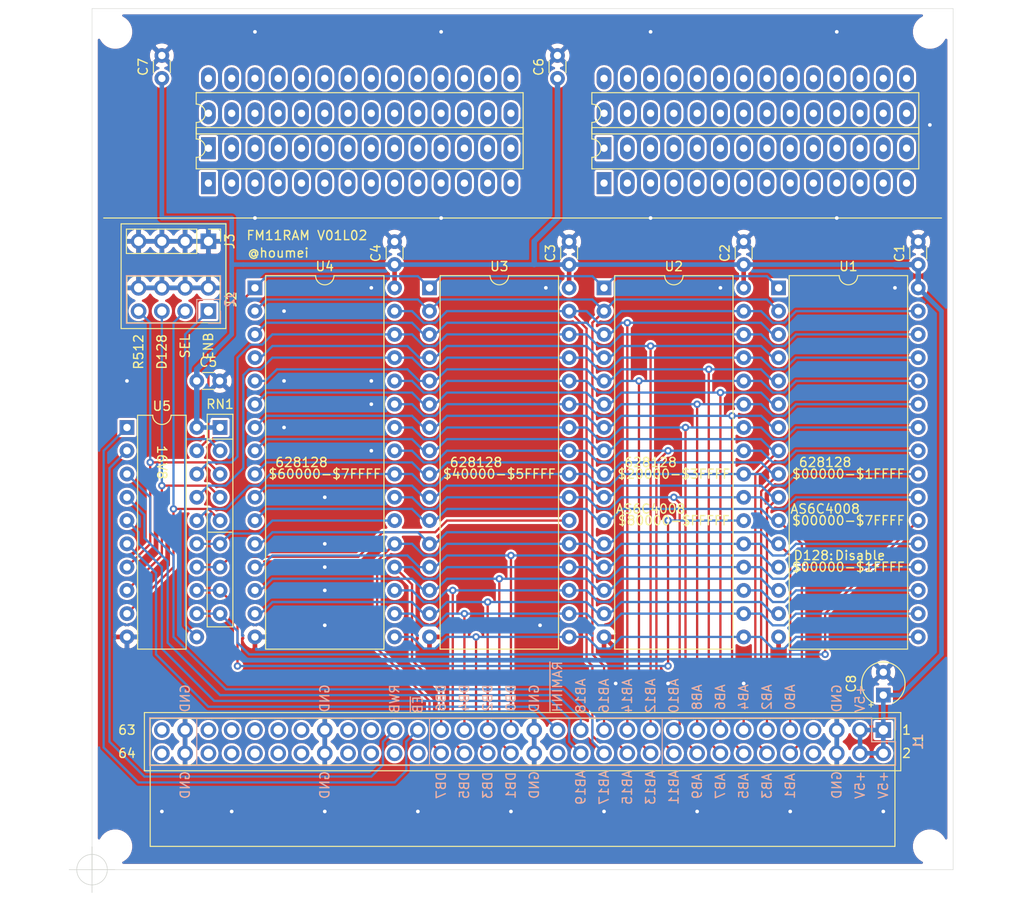
<source format=kicad_pcb>
(kicad_pcb (version 20171130) (host pcbnew "(5.1.8)-1")
  (layers (0 F.Cu signal) (31 B.Cu signal) (34 B.Paste user) (35 F.Paste user) (36 B.SilkS user) (37 F.SilkS user) (38 B.Mask user) (39 F.Mask user) (44 Edge.Cuts user))
  (net 0 "")
  (net 1 GND)
  (net 2 +5V)
  (net 3 RWB)
  (net 4 ~EB)
  (net 5 DB7)
  (net 6 DB6)
  (net 7 DB5)
  (net 8 DB4)
  (net 9 DB3)
  (net 10 DB2)
  (net 11 DB1)
  (net 12 DB0)
  (net 13 ~RAMIHB)
  (net 14 AB19)
  (net 15 AB18)
  (net 16 AB17)
  (net 17 AB16)
  (net 18 AB15)
  (net 19 AB14)
  (net 20 AB13)
  (net 21 AB12)
  (net 22 AB11)
  (net 23 AB10)
  (net 24 AB9)
  (net 25 AB8)
  (net 26 AB7)
  (net 27 AB6)
  (net 28 AB5)
  (net 29 AB4)
  (net 30 AB3)
  (net 31 AB2)
  (net 32 AB1)
  (net 33 AB0)
  (net 34 ~CE0)
  (net 35 ~CE1)
  (net 36 ~CE2)
  (net 37 ~CE3)
  (net 38 ~OE)
  (net 39 ~WE)
  (net 40 A17CS2)
  (net 41 A18NC)
  (net 42 /~ENABLE)
  (net 43 /~D128)
  (net 44 /~SEL)
  (net 45 /~512)
  (module Package_DIP:DIP-28_W7.62mm_LongPads (layer F.Cu) (at 106.68 77.47 90)
    (fp_text reference U7 hide)
    (fp_text value HM62256BLP)
    (pad 1 thru_hole rect (at 0 0 90) (size 2.4 1.6) (drill 0.8) (layers *.Cu *.Mask))
    (pad 15 thru_hole oval (at 7.62 33.02 90) (size 2.4 1.6) (drill 0.8) (layers *.Cu *.Mask))
    (pad 2 thru_hole oval (at 0 2.54 90) (size 2.4 1.6) (drill 0.8) (layers *.Cu *.Mask))
    (pad 16 thru_hole oval (at 7.62 30.48 90) (size 2.4 1.6) (drill 0.8) (layers *.Cu *.Mask))
    (pad 3 thru_hole oval (at 0 5.08 90) (size 2.4 1.6) (drill 0.8) (layers *.Cu *.Mask))
    (pad 17 thru_hole oval (at 7.62 27.94 90) (size 2.4 1.6) (drill 0.8) (layers *.Cu *.Mask))
    (pad 4 thru_hole oval (at 0 7.62 90) (size 2.4 1.6) (drill 0.8) (layers *.Cu *.Mask))
    (pad 18 thru_hole oval (at 7.62 25.4 90) (size 2.4 1.6) (drill 0.8) (layers *.Cu *.Mask))
    (pad 5 thru_hole oval (at 0 10.16 90) (size 2.4 1.6) (drill 0.8) (layers *.Cu *.Mask))
    (pad 19 thru_hole oval (at 7.62 22.86 90) (size 2.4 1.6) (drill 0.8) (layers *.Cu *.Mask))
    (pad 6 thru_hole oval (at 0 12.7 90) (size 2.4 1.6) (drill 0.8) (layers *.Cu *.Mask))
    (pad 20 thru_hole oval (at 7.62 20.32 90) (size 2.4 1.6) (drill 0.8) (layers *.Cu *.Mask))
    (pad 7 thru_hole oval (at 0 15.24 90) (size 2.4 1.6) (drill 0.8) (layers *.Cu *.Mask))
    (pad 21 thru_hole oval (at 7.62 17.78 90) (size 2.4 1.6) (drill 0.8) (layers *.Cu *.Mask))
    (pad 8 thru_hole oval (at 0 17.78 90) (size 2.4 1.6) (drill 0.8) (layers *.Cu *.Mask))
    (pad 22 thru_hole oval (at 7.62 15.24 90) (size 2.4 1.6) (drill 0.8) (layers *.Cu *.Mask))
    (pad 9 thru_hole oval (at 0 20.32 90) (size 2.4 1.6) (drill 0.8) (layers *.Cu *.Mask))
    (pad 23 thru_hole oval (at 7.62 12.7 90) (size 2.4 1.6) (drill 0.8) (layers *.Cu *.Mask))
    (pad 10 thru_hole oval (at 0 22.86 90) (size 2.4 1.6) (drill 0.8) (layers *.Cu *.Mask))
    (pad 24 thru_hole oval (at 7.62 10.16 90) (size 2.4 1.6) (drill 0.8) (layers *.Cu *.Mask))
    (pad 11 thru_hole oval (at 0 25.4 90) (size 2.4 1.6) (drill 0.8) (layers *.Cu *.Mask))
    (pad 25 thru_hole oval (at 7.62 7.62 90) (size 2.4 1.6) (drill 0.8) (layers *.Cu *.Mask))
    (pad 12 thru_hole oval (at 0 27.94 90) (size 2.4 1.6) (drill 0.8) (layers *.Cu *.Mask))
    (pad 26 thru_hole oval (at 7.62 5.08 90) (size 2.4 1.6) (drill 0.8) (layers *.Cu *.Mask))
    (pad 13 thru_hole oval (at 0 30.48 90) (size 2.4 1.6) (drill 0.8) (layers *.Cu *.Mask))
    (pad 27 thru_hole oval (at 7.62 2.54 90) (size 2.4 1.6) (drill 0.8) (layers *.Cu *.Mask))
    (pad 14 thru_hole oval (at 0 33.02 90) (size 2.4 1.6) (drill 0.8) (layers *.Cu *.Mask))
    (pad 28 thru_hole oval (at 7.62 0 90) (size 2.4 1.6) (drill 0.8) (layers *.Cu *.Mask))
  )
  (module Package_DIP:DIP-28_W7.62mm_LongPads (layer F.Cu) (at 63.5 77.47 90)
    (fp_text reference U6 hide)
    (fp_text value HM62256BLP)
    (pad 1 thru_hole rect (at 0 0 90) (size 2.4 1.6) (drill 0.8) (layers *.Cu *.Mask))
    (pad 15 thru_hole oval (at 7.62 33.02 90) (size 2.4 1.6) (drill 0.8) (layers *.Cu *.Mask))
    (pad 2 thru_hole oval (at 0 2.54 90) (size 2.4 1.6) (drill 0.8) (layers *.Cu *.Mask))
    (pad 16 thru_hole oval (at 7.62 30.48 90) (size 2.4 1.6) (drill 0.8) (layers *.Cu *.Mask))
    (pad 3 thru_hole oval (at 0 5.08 90) (size 2.4 1.6) (drill 0.8) (layers *.Cu *.Mask))
    (pad 17 thru_hole oval (at 7.62 27.94 90) (size 2.4 1.6) (drill 0.8) (layers *.Cu *.Mask))
    (pad 4 thru_hole oval (at 0 7.62 90) (size 2.4 1.6) (drill 0.8) (layers *.Cu *.Mask))
    (pad 18 thru_hole oval (at 7.62 25.4 90) (size 2.4 1.6) (drill 0.8) (layers *.Cu *.Mask))
    (pad 5 thru_hole oval (at 0 10.16 90) (size 2.4 1.6) (drill 0.8) (layers *.Cu *.Mask))
    (pad 19 thru_hole oval (at 7.62 22.86 90) (size 2.4 1.6) (drill 0.8) (layers *.Cu *.Mask))
    (pad 6 thru_hole oval (at 0 12.7 90) (size 2.4 1.6) (drill 0.8) (layers *.Cu *.Mask))
    (pad 20 thru_hole oval (at 7.62 20.32 90) (size 2.4 1.6) (drill 0.8) (layers *.Cu *.Mask))
    (pad 7 thru_hole oval (at 0 15.24 90) (size 2.4 1.6) (drill 0.8) (layers *.Cu *.Mask))
    (pad 21 thru_hole oval (at 7.62 17.78 90) (size 2.4 1.6) (drill 0.8) (layers *.Cu *.Mask))
    (pad 8 thru_hole oval (at 0 17.78 90) (size 2.4 1.6) (drill 0.8) (layers *.Cu *.Mask))
    (pad 22 thru_hole oval (at 7.62 15.24 90) (size 2.4 1.6) (drill 0.8) (layers *.Cu *.Mask))
    (pad 9 thru_hole oval (at 0 20.32 90) (size 2.4 1.6) (drill 0.8) (layers *.Cu *.Mask))
    (pad 23 thru_hole oval (at 7.62 12.7 90) (size 2.4 1.6) (drill 0.8) (layers *.Cu *.Mask))
    (pad 10 thru_hole oval (at 0 22.86 90) (size 2.4 1.6) (drill 0.8) (layers *.Cu *.Mask))
    (pad 24 thru_hole oval (at 7.62 10.16 90) (size 2.4 1.6) (drill 0.8) (layers *.Cu *.Mask))
    (pad 11 thru_hole oval (at 0 25.4 90) (size 2.4 1.6) (drill 0.8) (layers *.Cu *.Mask))
    (pad 25 thru_hole oval (at 7.62 7.62 90) (size 2.4 1.6) (drill 0.8) (layers *.Cu *.Mask))
    (pad 12 thru_hole oval (at 0 27.94 90) (size 2.4 1.6) (drill 0.8) (layers *.Cu *.Mask))
    (pad 26 thru_hole oval (at 7.62 5.08 90) (size 2.4 1.6) (drill 0.8) (layers *.Cu *.Mask))
    (pad 13 thru_hole oval (at 0 30.48 90) (size 2.4 1.6) (drill 0.8) (layers *.Cu *.Mask))
    (pad 27 thru_hole oval (at 7.62 2.54 90) (size 2.4 1.6) (drill 0.8) (layers *.Cu *.Mask))
    (pad 14 thru_hole oval (at 0 33.02 90) (size 2.4 1.6) (drill 0.8) (layers *.Cu *.Mask))
    (pad 28 thru_hole oval (at 7.62 0 90) (size 2.4 1.6) (drill 0.8) (layers *.Cu *.Mask))
  )
  (module Package_DIP:DIP-28_W7.62mm_LongPads (layer F.Cu) (at 63.5 73.66 90)
    (fp_text reference U6 hide)
    (fp_text value HM62256BLP)
    (pad 28 thru_hole oval (at 7.62 0 90) (size 2.4 1.6) (drill 0.8) (layers *.Cu *.Mask))
    (pad 14 thru_hole oval (at 0 33.02 90) (size 2.4 1.6) (drill 0.8) (layers *.Cu *.Mask))
    (pad 27 thru_hole oval (at 7.62 2.54 90) (size 2.4 1.6) (drill 0.8) (layers *.Cu *.Mask))
    (pad 13 thru_hole oval (at 0 30.48 90) (size 2.4 1.6) (drill 0.8) (layers *.Cu *.Mask))
    (pad 26 thru_hole oval (at 7.62 5.08 90) (size 2.4 1.6) (drill 0.8) (layers *.Cu *.Mask))
    (pad 12 thru_hole oval (at 0 27.94 90) (size 2.4 1.6) (drill 0.8) (layers *.Cu *.Mask))
    (pad 25 thru_hole oval (at 7.62 7.62 90) (size 2.4 1.6) (drill 0.8) (layers *.Cu *.Mask))
    (pad 11 thru_hole oval (at 0 25.4 90) (size 2.4 1.6) (drill 0.8) (layers *.Cu *.Mask))
    (pad 24 thru_hole oval (at 7.62 10.16 90) (size 2.4 1.6) (drill 0.8) (layers *.Cu *.Mask))
    (pad 10 thru_hole oval (at 0 22.86 90) (size 2.4 1.6) (drill 0.8) (layers *.Cu *.Mask))
    (pad 23 thru_hole oval (at 7.62 12.7 90) (size 2.4 1.6) (drill 0.8) (layers *.Cu *.Mask))
    (pad 9 thru_hole oval (at 0 20.32 90) (size 2.4 1.6) (drill 0.8) (layers *.Cu *.Mask))
    (pad 22 thru_hole oval (at 7.62 15.24 90) (size 2.4 1.6) (drill 0.8) (layers *.Cu *.Mask))
    (pad 8 thru_hole oval (at 0 17.78 90) (size 2.4 1.6) (drill 0.8) (layers *.Cu *.Mask))
    (pad 21 thru_hole oval (at 7.62 17.78 90) (size 2.4 1.6) (drill 0.8) (layers *.Cu *.Mask))
    (pad 7 thru_hole oval (at 0 15.24 90) (size 2.4 1.6) (drill 0.8) (layers *.Cu *.Mask))
    (pad 20 thru_hole oval (at 7.62 20.32 90) (size 2.4 1.6) (drill 0.8) (layers *.Cu *.Mask))
    (pad 6 thru_hole oval (at 0 12.7 90) (size 2.4 1.6) (drill 0.8) (layers *.Cu *.Mask))
    (pad 19 thru_hole oval (at 7.62 22.86 90) (size 2.4 1.6) (drill 0.8) (layers *.Cu *.Mask))
    (pad 5 thru_hole oval (at 0 10.16 90) (size 2.4 1.6) (drill 0.8) (layers *.Cu *.Mask))
    (pad 18 thru_hole oval (at 7.62 25.4 90) (size 2.4 1.6) (drill 0.8) (layers *.Cu *.Mask))
    (pad 4 thru_hole oval (at 0 7.62 90) (size 2.4 1.6) (drill 0.8) (layers *.Cu *.Mask))
    (pad 17 thru_hole oval (at 7.62 27.94 90) (size 2.4 1.6) (drill 0.8) (layers *.Cu *.Mask))
    (pad 3 thru_hole oval (at 0 5.08 90) (size 2.4 1.6) (drill 0.8) (layers *.Cu *.Mask))
    (pad 16 thru_hole oval (at 7.62 30.48 90) (size 2.4 1.6) (drill 0.8) (layers *.Cu *.Mask))
    (pad 2 thru_hole oval (at 0 2.54 90) (size 2.4 1.6) (drill 0.8) (layers *.Cu *.Mask))
    (pad 15 thru_hole oval (at 7.62 33.02 90) (size 2.4 1.6) (drill 0.8) (layers *.Cu *.Mask))
    (pad 1 thru_hole rect (at 0 0 90) (size 2.4 1.6) (drill 0.8) (layers *.Cu *.Mask))
  )
  (module Capacitor_THT:C_Disc_D3.0mm_W1.6mm_P2.50mm (layer F.Cu) (at 58.42 66.04 90)
    (fp_text reference C7 (at 1.25 -2.05 90) (layer F.SilkS))
    (fp_text value 0.1uF)
    (pad 2 thru_hole circle (at 2.5 0 90) (size 1.6 1.6) (drill 0.8) (layers *.Cu *.Mask) (net 1 GND))
    (pad 1 thru_hole circle (at 0 0 90) (size 1.6 1.6) (drill 0.8) (layers *.Cu *.Mask) (net 2 +5V))
  )
  (module Package_DIP:DIP-28_W7.62mm_LongPads (layer F.Cu) (at 106.68 73.66 90)
    (fp_text reference U7 hide)
    (fp_text value HM62256BLP)
    (pad 28 thru_hole oval (at 7.62 0 90) (size 2.4 1.6) (drill 0.8) (layers *.Cu *.Mask))
    (pad 14 thru_hole oval (at 0 33.02 90) (size 2.4 1.6) (drill 0.8) (layers *.Cu *.Mask))
    (pad 27 thru_hole oval (at 7.62 2.54 90) (size 2.4 1.6) (drill 0.8) (layers *.Cu *.Mask))
    (pad 13 thru_hole oval (at 0 30.48 90) (size 2.4 1.6) (drill 0.8) (layers *.Cu *.Mask))
    (pad 26 thru_hole oval (at 7.62 5.08 90) (size 2.4 1.6) (drill 0.8) (layers *.Cu *.Mask))
    (pad 12 thru_hole oval (at 0 27.94 90) (size 2.4 1.6) (drill 0.8) (layers *.Cu *.Mask))
    (pad 25 thru_hole oval (at 7.62 7.62 90) (size 2.4 1.6) (drill 0.8) (layers *.Cu *.Mask))
    (pad 11 thru_hole oval (at 0 25.4 90) (size 2.4 1.6) (drill 0.8) (layers *.Cu *.Mask))
    (pad 24 thru_hole oval (at 7.62 10.16 90) (size 2.4 1.6) (drill 0.8) (layers *.Cu *.Mask))
    (pad 10 thru_hole oval (at 0 22.86 90) (size 2.4 1.6) (drill 0.8) (layers *.Cu *.Mask))
    (pad 23 thru_hole oval (at 7.62 12.7 90) (size 2.4 1.6) (drill 0.8) (layers *.Cu *.Mask))
    (pad 9 thru_hole oval (at 0 20.32 90) (size 2.4 1.6) (drill 0.8) (layers *.Cu *.Mask))
    (pad 22 thru_hole oval (at 7.62 15.24 90) (size 2.4 1.6) (drill 0.8) (layers *.Cu *.Mask))
    (pad 8 thru_hole oval (at 0 17.78 90) (size 2.4 1.6) (drill 0.8) (layers *.Cu *.Mask))
    (pad 21 thru_hole oval (at 7.62 17.78 90) (size 2.4 1.6) (drill 0.8) (layers *.Cu *.Mask))
    (pad 7 thru_hole oval (at 0 15.24 90) (size 2.4 1.6) (drill 0.8) (layers *.Cu *.Mask))
    (pad 20 thru_hole oval (at 7.62 20.32 90) (size 2.4 1.6) (drill 0.8) (layers *.Cu *.Mask))
    (pad 6 thru_hole oval (at 0 12.7 90) (size 2.4 1.6) (drill 0.8) (layers *.Cu *.Mask))
    (pad 19 thru_hole oval (at 7.62 22.86 90) (size 2.4 1.6) (drill 0.8) (layers *.Cu *.Mask))
    (pad 5 thru_hole oval (at 0 10.16 90) (size 2.4 1.6) (drill 0.8) (layers *.Cu *.Mask))
    (pad 18 thru_hole oval (at 7.62 25.4 90) (size 2.4 1.6) (drill 0.8) (layers *.Cu *.Mask))
    (pad 4 thru_hole oval (at 0 7.62 90) (size 2.4 1.6) (drill 0.8) (layers *.Cu *.Mask))
    (pad 17 thru_hole oval (at 7.62 27.94 90) (size 2.4 1.6) (drill 0.8) (layers *.Cu *.Mask))
    (pad 3 thru_hole oval (at 0 5.08 90) (size 2.4 1.6) (drill 0.8) (layers *.Cu *.Mask))
    (pad 16 thru_hole oval (at 7.62 30.48 90) (size 2.4 1.6) (drill 0.8) (layers *.Cu *.Mask))
    (pad 2 thru_hole oval (at 0 2.54 90) (size 2.4 1.6) (drill 0.8) (layers *.Cu *.Mask))
    (pad 15 thru_hole oval (at 7.62 33.02 90) (size 2.4 1.6) (drill 0.8) (layers *.Cu *.Mask))
    (pad 1 thru_hole rect (at 0 0 90) (size 2.4 1.6) (drill 0.8) (layers *.Cu *.Mask))
  )
  (module Capacitor_THT:C_Disc_D3.0mm_W1.6mm_P2.50mm (layer F.Cu) (at 101.6 66.04 90)
    (fp_text reference C6 (at 1.25 -2.05 90) (layer F.SilkS))
    (fp_text value 0.1uF)
    (pad 2 thru_hole circle (at 2.5 0 90) (size 1.6 1.6) (drill 0.8) (layers *.Cu *.Mask) (net 1 GND))
    (pad 1 thru_hole circle (at 0 0 90) (size 1.6 1.6) (drill 0.8) (layers *.Cu *.Mask) (net 2 +5V))
  )
  (module Connector_PinHeader_2.54mm:PinHeader_1x04_P2.54mm_Vertical (layer F.Cu) (at 63.5 83.82 270)
    (fp_text reference J3 (at 0 -2.33 90) (layer F.SilkS))
    (fp_text value Conn_01x04_Male)
    (pad 4 thru_hole oval (at 0 7.62 270) (size 1.7 1.7) (drill 1) (layers *.Cu *.Mask) (net 1 GND))
    (pad 3 thru_hole oval (at 0 5.08 270) (size 1.7 1.7) (drill 1) (layers *.Cu *.Mask) (net 1 GND))
    (pad 2 thru_hole oval (at 0 2.54 270) (size 1.7 1.7) (drill 1) (layers *.Cu *.Mask) (net 1 GND))
    (pad 1 thru_hole rect (at 0 0 270) (size 1.7 1.7) (drill 1) (layers *.Cu *.Mask) (net 1 GND))
  )
  (module Package_DIP:DIP-32_W15.24mm (layer F.Cu) (at 68.58 88.9)
    (fp_text reference U4 (at 7.62 -2.33) (layer F.SilkS))
    (fp_text value AS6C4008-55PCN)
    (pad 32 thru_hole oval (at 15.24 0) (size 1.6 1.6) (drill 0.8) (layers *.Cu *.Mask) (net 2 +5V))
    (pad 16 thru_hole oval (at 0 38.1) (size 1.6 1.6) (drill 0.8) (layers *.Cu *.Mask) (net 1 GND))
    (pad 31 thru_hole oval (at 15.24 2.54) (size 1.6 1.6) (drill 0.8) (layers *.Cu *.Mask) (net 18 AB15))
    (pad 15 thru_hole oval (at 0 35.56) (size 1.6 1.6) (drill 0.8) (layers *.Cu *.Mask) (net 10 DB2))
    (pad 30 thru_hole oval (at 15.24 5.08) (size 1.6 1.6) (drill 0.8) (layers *.Cu *.Mask) (net 40 A17CS2))
    (pad 14 thru_hole oval (at 0 33.02) (size 1.6 1.6) (drill 0.8) (layers *.Cu *.Mask) (net 11 DB1))
    (pad 29 thru_hole oval (at 15.24 7.62) (size 1.6 1.6) (drill 0.8) (layers *.Cu *.Mask) (net 39 ~WE))
    (pad 13 thru_hole oval (at 0 30.48) (size 1.6 1.6) (drill 0.8) (layers *.Cu *.Mask) (net 12 DB0))
    (pad 28 thru_hole oval (at 15.24 10.16) (size 1.6 1.6) (drill 0.8) (layers *.Cu *.Mask) (net 20 AB13))
    (pad 12 thru_hole oval (at 0 27.94) (size 1.6 1.6) (drill 0.8) (layers *.Cu *.Mask) (net 33 AB0))
    (pad 27 thru_hole oval (at 15.24 12.7) (size 1.6 1.6) (drill 0.8) (layers *.Cu *.Mask) (net 25 AB8))
    (pad 11 thru_hole oval (at 0 25.4) (size 1.6 1.6) (drill 0.8) (layers *.Cu *.Mask) (net 32 AB1))
    (pad 26 thru_hole oval (at 15.24 15.24) (size 1.6 1.6) (drill 0.8) (layers *.Cu *.Mask) (net 24 AB9))
    (pad 10 thru_hole oval (at 0 22.86) (size 1.6 1.6) (drill 0.8) (layers *.Cu *.Mask) (net 31 AB2))
    (pad 25 thru_hole oval (at 15.24 17.78) (size 1.6 1.6) (drill 0.8) (layers *.Cu *.Mask) (net 22 AB11))
    (pad 9 thru_hole oval (at 0 20.32) (size 1.6 1.6) (drill 0.8) (layers *.Cu *.Mask) (net 30 AB3))
    (pad 24 thru_hole oval (at 15.24 20.32) (size 1.6 1.6) (drill 0.8) (layers *.Cu *.Mask) (net 38 ~OE))
    (pad 8 thru_hole oval (at 0 17.78) (size 1.6 1.6) (drill 0.8) (layers *.Cu *.Mask) (net 29 AB4))
    (pad 23 thru_hole oval (at 15.24 22.86) (size 1.6 1.6) (drill 0.8) (layers *.Cu *.Mask) (net 23 AB10))
    (pad 7 thru_hole oval (at 0 15.24) (size 1.6 1.6) (drill 0.8) (layers *.Cu *.Mask) (net 28 AB5))
    (pad 22 thru_hole oval (at 15.24 25.4) (size 1.6 1.6) (drill 0.8) (layers *.Cu *.Mask) (net 37 ~CE3))
    (pad 6 thru_hole oval (at 0 12.7) (size 1.6 1.6) (drill 0.8) (layers *.Cu *.Mask) (net 27 AB6))
    (pad 21 thru_hole oval (at 15.24 27.94) (size 1.6 1.6) (drill 0.8) (layers *.Cu *.Mask) (net 5 DB7))
    (pad 5 thru_hole oval (at 0 10.16) (size 1.6 1.6) (drill 0.8) (layers *.Cu *.Mask) (net 26 AB7))
    (pad 20 thru_hole oval (at 15.24 30.48) (size 1.6 1.6) (drill 0.8) (layers *.Cu *.Mask) (net 6 DB6))
    (pad 4 thru_hole oval (at 0 7.62) (size 1.6 1.6) (drill 0.8) (layers *.Cu *.Mask) (net 21 AB12))
    (pad 19 thru_hole oval (at 15.24 33.02) (size 1.6 1.6) (drill 0.8) (layers *.Cu *.Mask) (net 7 DB5))
    (pad 3 thru_hole oval (at 0 5.08) (size 1.6 1.6) (drill 0.8) (layers *.Cu *.Mask) (net 19 AB14))
    (pad 18 thru_hole oval (at 15.24 35.56) (size 1.6 1.6) (drill 0.8) (layers *.Cu *.Mask) (net 8 DB4))
    (pad 2 thru_hole oval (at 0 2.54) (size 1.6 1.6) (drill 0.8) (layers *.Cu *.Mask) (net 17 AB16))
    (pad 17 thru_hole oval (at 15.24 38.1) (size 1.6 1.6) (drill 0.8) (layers *.Cu *.Mask) (net 9 DB3))
    (pad 1 thru_hole rect (at 0 0) (size 1.6 1.6) (drill 0.8) (layers *.Cu *.Mask) (net 41 A18NC))
  )
  (module MountingHole:MountingHole_3.2mm_M3 (layer F.Cu) (at 53.34 60.96)
    (fp_text reference REF** hide)
    (fp_text value MountingHole_3.2mm_M3 hide)
    (pad 1 np_thru_hole circle (at 0 0) (size 3.2 3.2) (drill 3.2) (layers *.Cu *.Mask))
  )
  (module MountingHole:MountingHole_3.2mm_M3 (layer F.Cu) (at 142.24 60.96)
    (fp_text reference REF** hide)
    (fp_text value MountingHole_3.2mm_M3 hide)
    (pad 1 np_thru_hole circle (at 0 0) (size 3.2 3.2) (drill 3.2) (layers *.Cu *.Mask))
  )
  (module MountingHole:MountingHole_3.2mm_M3 (layer F.Cu) (at 142.24 149.86)
    (fp_text reference REF** hide)
    (fp_text value MountingHole_3.2mm_M3 hide)
    (pad 1 np_thru_hole circle (at 0 0) (size 3.2 3.2) (drill 3.2) (layers *.Cu *.Mask))
  )
  (module MountingHole:MountingHole_3.2mm_M3 (layer F.Cu) (at 53.34 149.86)
    (fp_text reference REF** hide)
    (fp_text value MountingHole_3.2mm_M3 hide)
    (pad 1 np_thru_hole circle (at 0 0) (size 3.2 3.2) (drill 3.2) (layers *.Cu *.Mask))
  )
  (module Connector_PinSocket_2.54mm:PinSocket_2x32_P2.54mm_Vertical (layer B.Cu) (at 137.16 137.16 90)
    (fp_text reference J1 (at -1.27 3.81 90) (layer B.SilkS) (effects (justify mirror)))
    (fp_text value Conn_02x32_Odd_Even)
    (pad 64 thru_hole oval (at -2.54 -78.74 90) (size 1.7 1.7) (drill 1) (layers *.Cu *.Mask))
    (pad 63 thru_hole oval (at 0 -78.74 90) (size 1.7 1.7) (drill 1) (layers *.Cu *.Mask))
    (pad 62 thru_hole oval (at -2.54 -76.2 90) (size 1.7 1.7) (drill 1) (layers *.Cu *.Mask) (net 1 GND))
    (pad 61 thru_hole oval (at 0 -76.2 90) (size 1.7 1.7) (drill 1) (layers *.Cu *.Mask) (net 1 GND))
    (pad 60 thru_hole oval (at -2.54 -73.66 90) (size 1.7 1.7) (drill 1) (layers *.Cu *.Mask))
    (pad 59 thru_hole oval (at 0 -73.66 90) (size 1.7 1.7) (drill 1) (layers *.Cu *.Mask))
    (pad 58 thru_hole oval (at -2.54 -71.12 90) (size 1.7 1.7) (drill 1) (layers *.Cu *.Mask))
    (pad 57 thru_hole oval (at 0 -71.12 90) (size 1.7 1.7) (drill 1) (layers *.Cu *.Mask))
    (pad 56 thru_hole oval (at -2.54 -68.58 90) (size 1.7 1.7) (drill 1) (layers *.Cu *.Mask))
    (pad 55 thru_hole oval (at 0 -68.58 90) (size 1.7 1.7) (drill 1) (layers *.Cu *.Mask))
    (pad 54 thru_hole oval (at -2.54 -66.04 90) (size 1.7 1.7) (drill 1) (layers *.Cu *.Mask))
    (pad 53 thru_hole oval (at 0 -66.04 90) (size 1.7 1.7) (drill 1) (layers *.Cu *.Mask))
    (pad 52 thru_hole oval (at -2.54 -63.5 90) (size 1.7 1.7) (drill 1) (layers *.Cu *.Mask))
    (pad 51 thru_hole oval (at 0 -63.5 90) (size 1.7 1.7) (drill 1) (layers *.Cu *.Mask))
    (pad 50 thru_hole oval (at -2.54 -60.96 90) (size 1.7 1.7) (drill 1) (layers *.Cu *.Mask) (net 1 GND))
    (pad 49 thru_hole oval (at 0 -60.96 90) (size 1.7 1.7) (drill 1) (layers *.Cu *.Mask) (net 1 GND))
    (pad 48 thru_hole oval (at -2.54 -58.42 90) (size 1.7 1.7) (drill 1) (layers *.Cu *.Mask))
    (pad 47 thru_hole oval (at 0 -58.42 90) (size 1.7 1.7) (drill 1) (layers *.Cu *.Mask))
    (pad 46 thru_hole oval (at -2.54 -55.88 90) (size 1.7 1.7) (drill 1) (layers *.Cu *.Mask))
    (pad 45 thru_hole oval (at 0 -55.88 90) (size 1.7 1.7) (drill 1) (layers *.Cu *.Mask))
    (pad 44 thru_hole oval (at -2.54 -53.34 90) (size 1.7 1.7) (drill 1) (layers *.Cu *.Mask))
    (pad 43 thru_hole oval (at 0 -53.34 90) (size 1.7 1.7) (drill 1) (layers *.Cu *.Mask) (net 3 RWB))
    (pad 42 thru_hole oval (at -2.54 -50.8 90) (size 1.7 1.7) (drill 1) (layers *.Cu *.Mask))
    (pad 41 thru_hole oval (at 0 -50.8 90) (size 1.7 1.7) (drill 1) (layers *.Cu *.Mask) (net 4 ~EB))
    (pad 40 thru_hole oval (at -2.54 -48.26 90) (size 1.7 1.7) (drill 1) (layers *.Cu *.Mask) (net 5 DB7))
    (pad 39 thru_hole oval (at 0 -48.26 90) (size 1.7 1.7) (drill 1) (layers *.Cu *.Mask) (net 6 DB6))
    (pad 38 thru_hole oval (at -2.54 -45.72 90) (size 1.7 1.7) (drill 1) (layers *.Cu *.Mask) (net 7 DB5))
    (pad 37 thru_hole oval (at 0 -45.72 90) (size 1.7 1.7) (drill 1) (layers *.Cu *.Mask) (net 8 DB4))
    (pad 36 thru_hole oval (at -2.54 -43.18 90) (size 1.7 1.7) (drill 1) (layers *.Cu *.Mask) (net 9 DB3))
    (pad 35 thru_hole oval (at 0 -43.18 90) (size 1.7 1.7) (drill 1) (layers *.Cu *.Mask) (net 10 DB2))
    (pad 34 thru_hole oval (at -2.54 -40.64 90) (size 1.7 1.7) (drill 1) (layers *.Cu *.Mask) (net 11 DB1))
    (pad 33 thru_hole oval (at 0 -40.64 90) (size 1.7 1.7) (drill 1) (layers *.Cu *.Mask) (net 12 DB0))
    (pad 32 thru_hole oval (at -2.54 -38.1 90) (size 1.7 1.7) (drill 1) (layers *.Cu *.Mask) (net 1 GND))
    (pad 31 thru_hole oval (at 0 -38.1 90) (size 1.7 1.7) (drill 1) (layers *.Cu *.Mask) (net 1 GND))
    (pad 30 thru_hole oval (at -2.54 -35.56 90) (size 1.7 1.7) (drill 1) (layers *.Cu *.Mask))
    (pad 29 thru_hole oval (at 0 -35.56 90) (size 1.7 1.7) (drill 1) (layers *.Cu *.Mask) (net 13 ~RAMIHB))
    (pad 28 thru_hole oval (at -2.54 -33.02 90) (size 1.7 1.7) (drill 1) (layers *.Cu *.Mask) (net 14 AB19))
    (pad 27 thru_hole oval (at 0 -33.02 90) (size 1.7 1.7) (drill 1) (layers *.Cu *.Mask) (net 15 AB18))
    (pad 26 thru_hole oval (at -2.54 -30.48 90) (size 1.7 1.7) (drill 1) (layers *.Cu *.Mask) (net 16 AB17))
    (pad 25 thru_hole oval (at 0 -30.48 90) (size 1.7 1.7) (drill 1) (layers *.Cu *.Mask) (net 17 AB16))
    (pad 24 thru_hole oval (at -2.54 -27.94 90) (size 1.7 1.7) (drill 1) (layers *.Cu *.Mask) (net 18 AB15))
    (pad 23 thru_hole oval (at 0 -27.94 90) (size 1.7 1.7) (drill 1) (layers *.Cu *.Mask) (net 19 AB14))
    (pad 22 thru_hole oval (at -2.54 -25.4 90) (size 1.7 1.7) (drill 1) (layers *.Cu *.Mask) (net 20 AB13))
    (pad 21 thru_hole oval (at 0 -25.4 90) (size 1.7 1.7) (drill 1) (layers *.Cu *.Mask) (net 21 AB12))
    (pad 20 thru_hole oval (at -2.54 -22.86 90) (size 1.7 1.7) (drill 1) (layers *.Cu *.Mask) (net 22 AB11))
    (pad 19 thru_hole oval (at 0 -22.86 90) (size 1.7 1.7) (drill 1) (layers *.Cu *.Mask) (net 23 AB10))
    (pad 18 thru_hole oval (at -2.54 -20.32 90) (size 1.7 1.7) (drill 1) (layers *.Cu *.Mask) (net 24 AB9))
    (pad 17 thru_hole oval (at 0 -20.32 90) (size 1.7 1.7) (drill 1) (layers *.Cu *.Mask) (net 25 AB8))
    (pad 16 thru_hole oval (at -2.54 -17.78 90) (size 1.7 1.7) (drill 1) (layers *.Cu *.Mask) (net 26 AB7))
    (pad 15 thru_hole oval (at 0 -17.78 90) (size 1.7 1.7) (drill 1) (layers *.Cu *.Mask) (net 27 AB6))
    (pad 14 thru_hole oval (at -2.54 -15.24 90) (size 1.7 1.7) (drill 1) (layers *.Cu *.Mask) (net 28 AB5))
    (pad 13 thru_hole oval (at 0 -15.24 90) (size 1.7 1.7) (drill 1) (layers *.Cu *.Mask) (net 29 AB4))
    (pad 12 thru_hole oval (at -2.54 -12.7 90) (size 1.7 1.7) (drill 1) (layers *.Cu *.Mask) (net 30 AB3))
    (pad 11 thru_hole oval (at 0 -12.7 90) (size 1.7 1.7) (drill 1) (layers *.Cu *.Mask) (net 31 AB2))
    (pad 10 thru_hole oval (at -2.54 -10.16 90) (size 1.7 1.7) (drill 1) (layers *.Cu *.Mask) (net 32 AB1))
    (pad 9 thru_hole oval (at 0 -10.16 90) (size 1.7 1.7) (drill 1) (layers *.Cu *.Mask) (net 33 AB0))
    (pad 8 thru_hole oval (at -2.54 -7.62 90) (size 1.7 1.7) (drill 1) (layers *.Cu *.Mask))
    (pad 7 thru_hole oval (at 0 -7.62 90) (size 1.7 1.7) (drill 1) (layers *.Cu *.Mask))
    (pad 6 thru_hole oval (at -2.54 -5.08 90) (size 1.7 1.7) (drill 1) (layers *.Cu *.Mask) (net 1 GND))
    (pad 5 thru_hole oval (at 0 -5.08 90) (size 1.7 1.7) (drill 1) (layers *.Cu *.Mask) (net 1 GND))
    (pad 4 thru_hole oval (at -2.54 -2.54 90) (size 1.7 1.7) (drill 1) (layers *.Cu *.Mask) (net 2 +5V))
    (pad 3 thru_hole oval (at 0 -2.54 90) (size 1.7 1.7) (drill 1) (layers *.Cu *.Mask) (net 2 +5V))
    (pad 2 thru_hole oval (at -2.54 0 90) (size 1.7 1.7) (drill 1) (layers *.Cu *.Mask) (net 2 +5V))
    (pad 1 thru_hole rect (at 0 0 90) (size 1.7 1.7) (drill 1) (layers *.Cu *.Mask) (net 2 +5V))
  )
  (module Package_DIP:DIP-32_W15.24mm (layer F.Cu) (at 87.63 88.9)
    (fp_text reference U3 (at 7.62 -2.33) (layer F.SilkS))
    (fp_text value AS6C4008-55PCN)
    (pad 32 thru_hole oval (at 15.24 0) (size 1.6 1.6) (drill 0.8) (layers *.Cu *.Mask) (net 2 +5V))
    (pad 16 thru_hole oval (at 0 38.1) (size 1.6 1.6) (drill 0.8) (layers *.Cu *.Mask) (net 1 GND))
    (pad 31 thru_hole oval (at 15.24 2.54) (size 1.6 1.6) (drill 0.8) (layers *.Cu *.Mask) (net 18 AB15))
    (pad 15 thru_hole oval (at 0 35.56) (size 1.6 1.6) (drill 0.8) (layers *.Cu *.Mask) (net 10 DB2))
    (pad 30 thru_hole oval (at 15.24 5.08) (size 1.6 1.6) (drill 0.8) (layers *.Cu *.Mask) (net 40 A17CS2))
    (pad 14 thru_hole oval (at 0 33.02) (size 1.6 1.6) (drill 0.8) (layers *.Cu *.Mask) (net 11 DB1))
    (pad 29 thru_hole oval (at 15.24 7.62) (size 1.6 1.6) (drill 0.8) (layers *.Cu *.Mask) (net 39 ~WE))
    (pad 13 thru_hole oval (at 0 30.48) (size 1.6 1.6) (drill 0.8) (layers *.Cu *.Mask) (net 12 DB0))
    (pad 28 thru_hole oval (at 15.24 10.16) (size 1.6 1.6) (drill 0.8) (layers *.Cu *.Mask) (net 20 AB13))
    (pad 12 thru_hole oval (at 0 27.94) (size 1.6 1.6) (drill 0.8) (layers *.Cu *.Mask) (net 33 AB0))
    (pad 27 thru_hole oval (at 15.24 12.7) (size 1.6 1.6) (drill 0.8) (layers *.Cu *.Mask) (net 25 AB8))
    (pad 11 thru_hole oval (at 0 25.4) (size 1.6 1.6) (drill 0.8) (layers *.Cu *.Mask) (net 32 AB1))
    (pad 26 thru_hole oval (at 15.24 15.24) (size 1.6 1.6) (drill 0.8) (layers *.Cu *.Mask) (net 24 AB9))
    (pad 10 thru_hole oval (at 0 22.86) (size 1.6 1.6) (drill 0.8) (layers *.Cu *.Mask) (net 31 AB2))
    (pad 25 thru_hole oval (at 15.24 17.78) (size 1.6 1.6) (drill 0.8) (layers *.Cu *.Mask) (net 22 AB11))
    (pad 9 thru_hole oval (at 0 20.32) (size 1.6 1.6) (drill 0.8) (layers *.Cu *.Mask) (net 30 AB3))
    (pad 24 thru_hole oval (at 15.24 20.32) (size 1.6 1.6) (drill 0.8) (layers *.Cu *.Mask) (net 38 ~OE))
    (pad 8 thru_hole oval (at 0 17.78) (size 1.6 1.6) (drill 0.8) (layers *.Cu *.Mask) (net 29 AB4))
    (pad 23 thru_hole oval (at 15.24 22.86) (size 1.6 1.6) (drill 0.8) (layers *.Cu *.Mask) (net 23 AB10))
    (pad 7 thru_hole oval (at 0 15.24) (size 1.6 1.6) (drill 0.8) (layers *.Cu *.Mask) (net 28 AB5))
    (pad 22 thru_hole oval (at 15.24 25.4) (size 1.6 1.6) (drill 0.8) (layers *.Cu *.Mask) (net 36 ~CE2))
    (pad 6 thru_hole oval (at 0 12.7) (size 1.6 1.6) (drill 0.8) (layers *.Cu *.Mask) (net 27 AB6))
    (pad 21 thru_hole oval (at 15.24 27.94) (size 1.6 1.6) (drill 0.8) (layers *.Cu *.Mask) (net 5 DB7))
    (pad 5 thru_hole oval (at 0 10.16) (size 1.6 1.6) (drill 0.8) (layers *.Cu *.Mask) (net 26 AB7))
    (pad 20 thru_hole oval (at 15.24 30.48) (size 1.6 1.6) (drill 0.8) (layers *.Cu *.Mask) (net 6 DB6))
    (pad 4 thru_hole oval (at 0 7.62) (size 1.6 1.6) (drill 0.8) (layers *.Cu *.Mask) (net 21 AB12))
    (pad 19 thru_hole oval (at 15.24 33.02) (size 1.6 1.6) (drill 0.8) (layers *.Cu *.Mask) (net 7 DB5))
    (pad 3 thru_hole oval (at 0 5.08) (size 1.6 1.6) (drill 0.8) (layers *.Cu *.Mask) (net 19 AB14))
    (pad 18 thru_hole oval (at 15.24 35.56) (size 1.6 1.6) (drill 0.8) (layers *.Cu *.Mask) (net 8 DB4))
    (pad 2 thru_hole oval (at 0 2.54) (size 1.6 1.6) (drill 0.8) (layers *.Cu *.Mask) (net 17 AB16))
    (pad 17 thru_hole oval (at 15.24 38.1) (size 1.6 1.6) (drill 0.8) (layers *.Cu *.Mask) (net 9 DB3))
    (pad 1 thru_hole rect (at 0 0) (size 1.6 1.6) (drill 0.8) (layers *.Cu *.Mask) (net 41 A18NC))
  )
  (module Package_DIP:DIP-32_W15.24mm (layer F.Cu) (at 106.68 88.9)
    (fp_text reference U2 (at 7.62 -2.33) (layer F.SilkS))
    (fp_text value AS6C4008-55PCN)
    (pad 32 thru_hole oval (at 15.24 0) (size 1.6 1.6) (drill 0.8) (layers *.Cu *.Mask) (net 2 +5V))
    (pad 16 thru_hole oval (at 0 38.1) (size 1.6 1.6) (drill 0.8) (layers *.Cu *.Mask) (net 1 GND))
    (pad 31 thru_hole oval (at 15.24 2.54) (size 1.6 1.6) (drill 0.8) (layers *.Cu *.Mask) (net 18 AB15))
    (pad 15 thru_hole oval (at 0 35.56) (size 1.6 1.6) (drill 0.8) (layers *.Cu *.Mask) (net 10 DB2))
    (pad 30 thru_hole oval (at 15.24 5.08) (size 1.6 1.6) (drill 0.8) (layers *.Cu *.Mask) (net 40 A17CS2))
    (pad 14 thru_hole oval (at 0 33.02) (size 1.6 1.6) (drill 0.8) (layers *.Cu *.Mask) (net 11 DB1))
    (pad 29 thru_hole oval (at 15.24 7.62) (size 1.6 1.6) (drill 0.8) (layers *.Cu *.Mask) (net 39 ~WE))
    (pad 13 thru_hole oval (at 0 30.48) (size 1.6 1.6) (drill 0.8) (layers *.Cu *.Mask) (net 12 DB0))
    (pad 28 thru_hole oval (at 15.24 10.16) (size 1.6 1.6) (drill 0.8) (layers *.Cu *.Mask) (net 20 AB13))
    (pad 12 thru_hole oval (at 0 27.94) (size 1.6 1.6) (drill 0.8) (layers *.Cu *.Mask) (net 33 AB0))
    (pad 27 thru_hole oval (at 15.24 12.7) (size 1.6 1.6) (drill 0.8) (layers *.Cu *.Mask) (net 25 AB8))
    (pad 11 thru_hole oval (at 0 25.4) (size 1.6 1.6) (drill 0.8) (layers *.Cu *.Mask) (net 32 AB1))
    (pad 26 thru_hole oval (at 15.24 15.24) (size 1.6 1.6) (drill 0.8) (layers *.Cu *.Mask) (net 24 AB9))
    (pad 10 thru_hole oval (at 0 22.86) (size 1.6 1.6) (drill 0.8) (layers *.Cu *.Mask) (net 31 AB2))
    (pad 25 thru_hole oval (at 15.24 17.78) (size 1.6 1.6) (drill 0.8) (layers *.Cu *.Mask) (net 22 AB11))
    (pad 9 thru_hole oval (at 0 20.32) (size 1.6 1.6) (drill 0.8) (layers *.Cu *.Mask) (net 30 AB3))
    (pad 24 thru_hole oval (at 15.24 20.32) (size 1.6 1.6) (drill 0.8) (layers *.Cu *.Mask) (net 38 ~OE))
    (pad 8 thru_hole oval (at 0 17.78) (size 1.6 1.6) (drill 0.8) (layers *.Cu *.Mask) (net 29 AB4))
    (pad 23 thru_hole oval (at 15.24 22.86) (size 1.6 1.6) (drill 0.8) (layers *.Cu *.Mask) (net 23 AB10))
    (pad 7 thru_hole oval (at 0 15.24) (size 1.6 1.6) (drill 0.8) (layers *.Cu *.Mask) (net 28 AB5))
    (pad 22 thru_hole oval (at 15.24 25.4) (size 1.6 1.6) (drill 0.8) (layers *.Cu *.Mask) (net 35 ~CE1))
    (pad 6 thru_hole oval (at 0 12.7) (size 1.6 1.6) (drill 0.8) (layers *.Cu *.Mask) (net 27 AB6))
    (pad 21 thru_hole oval (at 15.24 27.94) (size 1.6 1.6) (drill 0.8) (layers *.Cu *.Mask) (net 5 DB7))
    (pad 5 thru_hole oval (at 0 10.16) (size 1.6 1.6) (drill 0.8) (layers *.Cu *.Mask) (net 26 AB7))
    (pad 20 thru_hole oval (at 15.24 30.48) (size 1.6 1.6) (drill 0.8) (layers *.Cu *.Mask) (net 6 DB6))
    (pad 4 thru_hole oval (at 0 7.62) (size 1.6 1.6) (drill 0.8) (layers *.Cu *.Mask) (net 21 AB12))
    (pad 19 thru_hole oval (at 15.24 33.02) (size 1.6 1.6) (drill 0.8) (layers *.Cu *.Mask) (net 7 DB5))
    (pad 3 thru_hole oval (at 0 5.08) (size 1.6 1.6) (drill 0.8) (layers *.Cu *.Mask) (net 19 AB14))
    (pad 18 thru_hole oval (at 15.24 35.56) (size 1.6 1.6) (drill 0.8) (layers *.Cu *.Mask) (net 8 DB4))
    (pad 2 thru_hole oval (at 0 2.54) (size 1.6 1.6) (drill 0.8) (layers *.Cu *.Mask) (net 17 AB16))
    (pad 17 thru_hole oval (at 15.24 38.1) (size 1.6 1.6) (drill 0.8) (layers *.Cu *.Mask) (net 9 DB3))
    (pad 1 thru_hole rect (at 0 0) (size 1.6 1.6) (drill 0.8) (layers *.Cu *.Mask) (net 41 A18NC))
  )
  (module Package_DIP:DIP-32_W15.24mm (layer F.Cu) (at 125.73 88.9)
    (fp_text reference U1 (at 7.62 -2.33) (layer F.SilkS))
    (fp_text value AS6C4008-55PCN)
    (pad 32 thru_hole oval (at 15.24 0) (size 1.6 1.6) (drill 0.8) (layers *.Cu *.Mask) (net 2 +5V))
    (pad 16 thru_hole oval (at 0 38.1) (size 1.6 1.6) (drill 0.8) (layers *.Cu *.Mask) (net 1 GND))
    (pad 31 thru_hole oval (at 15.24 2.54) (size 1.6 1.6) (drill 0.8) (layers *.Cu *.Mask) (net 18 AB15))
    (pad 15 thru_hole oval (at 0 35.56) (size 1.6 1.6) (drill 0.8) (layers *.Cu *.Mask) (net 10 DB2))
    (pad 30 thru_hole oval (at 15.24 5.08) (size 1.6 1.6) (drill 0.8) (layers *.Cu *.Mask) (net 40 A17CS2))
    (pad 14 thru_hole oval (at 0 33.02) (size 1.6 1.6) (drill 0.8) (layers *.Cu *.Mask) (net 11 DB1))
    (pad 29 thru_hole oval (at 15.24 7.62) (size 1.6 1.6) (drill 0.8) (layers *.Cu *.Mask) (net 39 ~WE))
    (pad 13 thru_hole oval (at 0 30.48) (size 1.6 1.6) (drill 0.8) (layers *.Cu *.Mask) (net 12 DB0))
    (pad 28 thru_hole oval (at 15.24 10.16) (size 1.6 1.6) (drill 0.8) (layers *.Cu *.Mask) (net 20 AB13))
    (pad 12 thru_hole oval (at 0 27.94) (size 1.6 1.6) (drill 0.8) (layers *.Cu *.Mask) (net 33 AB0))
    (pad 27 thru_hole oval (at 15.24 12.7) (size 1.6 1.6) (drill 0.8) (layers *.Cu *.Mask) (net 25 AB8))
    (pad 11 thru_hole oval (at 0 25.4) (size 1.6 1.6) (drill 0.8) (layers *.Cu *.Mask) (net 32 AB1))
    (pad 26 thru_hole oval (at 15.24 15.24) (size 1.6 1.6) (drill 0.8) (layers *.Cu *.Mask) (net 24 AB9))
    (pad 10 thru_hole oval (at 0 22.86) (size 1.6 1.6) (drill 0.8) (layers *.Cu *.Mask) (net 31 AB2))
    (pad 25 thru_hole oval (at 15.24 17.78) (size 1.6 1.6) (drill 0.8) (layers *.Cu *.Mask) (net 22 AB11))
    (pad 9 thru_hole oval (at 0 20.32) (size 1.6 1.6) (drill 0.8) (layers *.Cu *.Mask) (net 30 AB3))
    (pad 24 thru_hole oval (at 15.24 20.32) (size 1.6 1.6) (drill 0.8) (layers *.Cu *.Mask) (net 38 ~OE))
    (pad 8 thru_hole oval (at 0 17.78) (size 1.6 1.6) (drill 0.8) (layers *.Cu *.Mask) (net 29 AB4))
    (pad 23 thru_hole oval (at 15.24 22.86) (size 1.6 1.6) (drill 0.8) (layers *.Cu *.Mask) (net 23 AB10))
    (pad 7 thru_hole oval (at 0 15.24) (size 1.6 1.6) (drill 0.8) (layers *.Cu *.Mask) (net 28 AB5))
    (pad 22 thru_hole oval (at 15.24 25.4) (size 1.6 1.6) (drill 0.8) (layers *.Cu *.Mask) (net 34 ~CE0))
    (pad 6 thru_hole oval (at 0 12.7) (size 1.6 1.6) (drill 0.8) (layers *.Cu *.Mask) (net 27 AB6))
    (pad 21 thru_hole oval (at 15.24 27.94) (size 1.6 1.6) (drill 0.8) (layers *.Cu *.Mask) (net 5 DB7))
    (pad 5 thru_hole oval (at 0 10.16) (size 1.6 1.6) (drill 0.8) (layers *.Cu *.Mask) (net 26 AB7))
    (pad 20 thru_hole oval (at 15.24 30.48) (size 1.6 1.6) (drill 0.8) (layers *.Cu *.Mask) (net 6 DB6))
    (pad 4 thru_hole oval (at 0 7.62) (size 1.6 1.6) (drill 0.8) (layers *.Cu *.Mask) (net 21 AB12))
    (pad 19 thru_hole oval (at 15.24 33.02) (size 1.6 1.6) (drill 0.8) (layers *.Cu *.Mask) (net 7 DB5))
    (pad 3 thru_hole oval (at 0 5.08) (size 1.6 1.6) (drill 0.8) (layers *.Cu *.Mask) (net 19 AB14))
    (pad 18 thru_hole oval (at 15.24 35.56) (size 1.6 1.6) (drill 0.8) (layers *.Cu *.Mask) (net 8 DB4))
    (pad 2 thru_hole oval (at 0 2.54) (size 1.6 1.6) (drill 0.8) (layers *.Cu *.Mask) (net 17 AB16))
    (pad 17 thru_hole oval (at 15.24 38.1) (size 1.6 1.6) (drill 0.8) (layers *.Cu *.Mask) (net 9 DB3))
    (pad 1 thru_hole rect (at 0 0) (size 1.6 1.6) (drill 0.8) (layers *.Cu *.Mask) (net 41 A18NC))
  )
  (module Package_DIP:DIP-20_W7.62mm (layer F.Cu) (at 54.61 104.14)
    (fp_text reference U5 (at 3.81 -2.33) (layer F.SilkS))
    (fp_text value GAL16V8)
    (pad 20 thru_hole oval (at 7.62 0) (size 1.6 1.6) (drill 0.8) (layers *.Cu *.Mask) (net 2 +5V))
    (pad 10 thru_hole oval (at 0 22.86) (size 1.6 1.6) (drill 0.8) (layers *.Cu *.Mask) (net 1 GND))
    (pad 19 thru_hole oval (at 7.62 2.54) (size 1.6 1.6) (drill 0.8) (layers *.Cu *.Mask) (net 41 A18NC))
    (pad 9 thru_hole oval (at 0 20.32) (size 1.6 1.6) (drill 0.8) (layers *.Cu *.Mask) (net 44 /~SEL))
    (pad 18 thru_hole oval (at 7.62 5.08) (size 1.6 1.6) (drill 0.8) (layers *.Cu *.Mask) (net 40 A17CS2))
    (pad 8 thru_hole oval (at 0 17.78) (size 1.6 1.6) (drill 0.8) (layers *.Cu *.Mask) (net 43 /~D128))
    (pad 17 thru_hole oval (at 7.62 7.62) (size 1.6 1.6) (drill 0.8) (layers *.Cu *.Mask) (net 39 ~WE))
    (pad 7 thru_hole oval (at 0 15.24) (size 1.6 1.6) (drill 0.8) (layers *.Cu *.Mask) (net 45 /~512))
    (pad 16 thru_hole oval (at 7.62 10.16) (size 1.6 1.6) (drill 0.8) (layers *.Cu *.Mask) (net 38 ~OE))
    (pad 6 thru_hole oval (at 0 12.7) (size 1.6 1.6) (drill 0.8) (layers *.Cu *.Mask) (net 13 ~RAMIHB))
    (pad 15 thru_hole oval (at 7.62 12.7) (size 1.6 1.6) (drill 0.8) (layers *.Cu *.Mask) (net 37 ~CE3))
    (pad 5 thru_hole oval (at 0 10.16) (size 1.6 1.6) (drill 0.8) (layers *.Cu *.Mask) (net 14 AB19))
    (pad 14 thru_hole oval (at 7.62 15.24) (size 1.6 1.6) (drill 0.8) (layers *.Cu *.Mask) (net 36 ~CE2))
    (pad 4 thru_hole oval (at 0 7.62) (size 1.6 1.6) (drill 0.8) (layers *.Cu *.Mask) (net 15 AB18))
    (pad 13 thru_hole oval (at 7.62 17.78) (size 1.6 1.6) (drill 0.8) (layers *.Cu *.Mask) (net 35 ~CE1))
    (pad 3 thru_hole oval (at 0 5.08) (size 1.6 1.6) (drill 0.8) (layers *.Cu *.Mask) (net 16 AB17))
    (pad 12 thru_hole oval (at 7.62 20.32) (size 1.6 1.6) (drill 0.8) (layers *.Cu *.Mask) (net 34 ~CE0))
    (pad 2 thru_hole oval (at 0 2.54) (size 1.6 1.6) (drill 0.8) (layers *.Cu *.Mask) (net 3 RWB))
    (pad 11 thru_hole oval (at 7.62 22.86) (size 1.6 1.6) (drill 0.8) (layers *.Cu *.Mask) (net 42 /~ENABLE))
    (pad 1 thru_hole rect (at 0 0) (size 1.6 1.6) (drill 0.8) (layers *.Cu *.Mask) (net 4 ~EB))
  )
  (module Resistor_THT:R_Array_SIP9 (layer F.Cu) (at 64.77 104.14 270)
    (fp_text reference RN1 (at -2.54 0 180) (layer F.SilkS))
    (fp_text value 10K)
    (pad 9 thru_hole oval (at 20.32 0 270) (size 1.6 1.6) (drill 0.8) (layers *.Cu *.Mask) (net 34 ~CE0))
    (pad 8 thru_hole oval (at 17.78 0 270) (size 1.6 1.6) (drill 0.8) (layers *.Cu *.Mask) (net 35 ~CE1))
    (pad 7 thru_hole oval (at 15.24 0 270) (size 1.6 1.6) (drill 0.8) (layers *.Cu *.Mask) (net 36 ~CE2))
    (pad 6 thru_hole oval (at 12.7 0 270) (size 1.6 1.6) (drill 0.8) (layers *.Cu *.Mask) (net 37 ~CE3))
    (pad 5 thru_hole oval (at 10.16 0 270) (size 1.6 1.6) (drill 0.8) (layers *.Cu *.Mask) (net 44 /~SEL))
    (pad 4 thru_hole oval (at 7.62 0 270) (size 1.6 1.6) (drill 0.8) (layers *.Cu *.Mask) (net 43 /~D128))
    (pad 3 thru_hole oval (at 5.08 0 270) (size 1.6 1.6) (drill 0.8) (layers *.Cu *.Mask) (net 45 /~512))
    (pad 2 thru_hole oval (at 2.54 0 270) (size 1.6 1.6) (drill 0.8) (layers *.Cu *.Mask) (net 42 /~ENABLE))
    (pad 1 thru_hole rect (at 0 0 270) (size 1.6 1.6) (drill 0.8) (layers *.Cu *.Mask) (net 2 +5V))
  )
  (module Capacitor_THT:CP_Radial_Tantal_D4.5mm_P2.50mm (layer F.Cu) (at 137.16 133.35 90)
    (fp_text reference C8 (at 1.25 -3.5 90) (layer F.SilkS))
    (fp_text value 10uF)
    (pad 2 thru_hole circle (at 2.5 0 90) (size 1.6 1.6) (drill 0.8) (layers *.Cu *.Mask) (net 1 GND))
    (pad 1 thru_hole rect (at 0 0 90) (size 1.6 1.6) (drill 0.8) (layers *.Cu *.Mask) (net 2 +5V))
  )
  (module Capacitor_THT:C_Disc_D3.0mm_W1.6mm_P2.50mm (layer F.Cu) (at 62.23 99.06)
    (fp_text reference C5 (at 1.25 -2.05) (layer F.SilkS))
    (fp_text value 0.1uF)
    (pad 2 thru_hole circle (at 2.5 0) (size 1.6 1.6) (drill 0.8) (layers *.Cu *.Mask) (net 1 GND))
    (pad 1 thru_hole circle (at 0 0) (size 1.6 1.6) (drill 0.8) (layers *.Cu *.Mask) (net 2 +5V))
  )
  (module Capacitor_THT:C_Disc_D3.0mm_W1.6mm_P2.50mm (layer F.Cu) (at 83.82 86.36 90)
    (fp_text reference C4 (at 1.25 -2.05 90) (layer F.SilkS))
    (fp_text value 0.1uF)
    (pad 2 thru_hole circle (at 2.5 0 90) (size 1.6 1.6) (drill 0.8) (layers *.Cu *.Mask) (net 1 GND))
    (pad 1 thru_hole circle (at 0 0 90) (size 1.6 1.6) (drill 0.8) (layers *.Cu *.Mask) (net 2 +5V))
  )
  (module Capacitor_THT:C_Disc_D3.0mm_W1.6mm_P2.50mm (layer F.Cu) (at 102.87 86.36 90)
    (fp_text reference C3 (at 1.25 -2.05 90) (layer F.SilkS))
    (fp_text value 0.1uF)
    (pad 2 thru_hole circle (at 2.5 0 90) (size 1.6 1.6) (drill 0.8) (layers *.Cu *.Mask) (net 1 GND))
    (pad 1 thru_hole circle (at 0 0 90) (size 1.6 1.6) (drill 0.8) (layers *.Cu *.Mask) (net 2 +5V))
  )
  (module Capacitor_THT:C_Disc_D3.0mm_W1.6mm_P2.50mm (layer F.Cu) (at 121.92 86.36 90)
    (fp_text reference C2 (at 1.25 -2.05 90) (layer F.SilkS))
    (fp_text value 0.1uF)
    (pad 2 thru_hole circle (at 2.5 0 90) (size 1.6 1.6) (drill 0.8) (layers *.Cu *.Mask) (net 1 GND))
    (pad 1 thru_hole circle (at 0 0 90) (size 1.6 1.6) (drill 0.8) (layers *.Cu *.Mask) (net 2 +5V))
  )
  (module Capacitor_THT:C_Disc_D3.0mm_W1.6mm_P2.50mm (layer F.Cu) (at 140.97 86.36 90)
    (fp_text reference C1 (at 1.25 -2.05 90) (layer F.SilkS))
    (fp_text value 0.1uF)
    (pad 2 thru_hole circle (at 2.5 0 90) (size 1.6 1.6) (drill 0.8) (layers *.Cu *.Mask) (net 1 GND))
    (pad 1 thru_hole circle (at 0 0 90) (size 1.6 1.6) (drill 0.8) (layers *.Cu *.Mask) (net 2 +5V))
  )
  (module Connector_PinHeader_2.54mm:PinHeader_2x04_P2.54mm_Vertical (layer B.Cu) (at 63.5 91.44 90)
    (fp_text reference J2 (at 1.27 2.33 270) (layer B.SilkS) (effects (justify mirror)))
    (fp_text value DIP4W hide)
    (pad 1 thru_hole rect (at 0 0 90) (size 1.7 1.7) (drill 1) (layers *.Cu *.Mask) (net 42 /~ENABLE))
    (pad 2 thru_hole oval (at 2.54 0 90) (size 1.7 1.7) (drill 1) (layers *.Cu *.Mask) (net 1 GND))
    (pad 3 thru_hole oval (at 0 -2.54 90) (size 1.7 1.7) (drill 1) (layers *.Cu *.Mask) (net 44 /~SEL))
    (pad 4 thru_hole oval (at 2.54 -2.54 90) (size 1.7 1.7) (drill 1) (layers *.Cu *.Mask) (net 1 GND))
    (pad 5 thru_hole oval (at 0 -5.08 90) (size 1.7 1.7) (drill 1) (layers *.Cu *.Mask) (net 43 /~D128))
    (pad 6 thru_hole oval (at 2.54 -5.08 90) (size 1.7 1.7) (drill 1) (layers *.Cu *.Mask) (net 1 GND))
    (pad 7 thru_hole oval (at 0 -7.62 90) (size 1.7 1.7) (drill 1) (layers *.Cu *.Mask) (net 45 /~512))
    (pad 8 thru_hole oval (at 2.54 -7.62 90) (size 1.7 1.7) (drill 1) (layers *.Cu *.Mask) (net 1 GND))
  )
  (gr_line (start 62.23 135.89) (end 62.23 140.97) (layer B.SilkS) (width 0.12))
  (gr_line (start 87.63 135.89) (end 87.63 140.97) (layer B.SilkS) (width 0.12))
  (gr_line (start 113.03 135.89) (end 113.03 140.97) (layer B.SilkS) (width 0.12))
  (gr_line (start 63.5 115.57) (end 66.04 115.57) (layer F.SilkS) (width 0.12))
  (gr_text J1 (at 140.97 138.43 90) (layer F.SilkS) (effects (font (size 1 1))))
  (gr_text J2 (at 66.04 90.17 90) (layer F.SilkS) (effects (font (size 1 1))))
  (gr_line (start 64.77 87.63) (end 54.61 87.63) (layer F.SilkS) (width 0.12))
  (gr_line (start 64.77 92.71) (end 64.77 87.63) (layer F.SilkS) (width 0.12))
  (gr_line (start 54.61 92.71) (end 64.77 92.71) (layer F.SilkS) (width 0.12))
  (gr_line (start 54.61 87.63) (end 54.61 92.71) (layer F.SilkS) (width 0.12))
  (gr_text DB7 (at 88.9 144.78 90) (layer B.SilkS) (effects (font (size 1 1)) (justify right mirror)))
  (gr_text DB5 (at 91.44 144.78 90) (layer B.SilkS) (effects (font (size 1 1)) (justify right mirror)))
  (gr_text DB3 (at 93.98 144.78 90) (layer B.SilkS) (effects (font (size 1 1)) (justify right mirror)))
  (gr_text DB1 (at 96.52 144.78 90) (layer B.SilkS) (effects (font (size 1 1)) (justify right mirror)))
  (gr_text AB19 (at 104.14 145.415 90) (layer B.SilkS) (effects (font (size 1 1)) (justify right mirror)))
  (gr_text AB17 (at 106.68 145.415 90) (layer B.SilkS) (effects (font (size 1 1)) (justify right mirror)))
  (gr_text AB15 (at 109.22 145.415 90) (layer B.SilkS) (effects (font (size 1 1)) (justify right mirror)))
  (gr_text AB13 (at 111.76 145.415 90) (layer B.SilkS) (effects (font (size 1 1)) (justify right mirror)))
  (gr_text AB11 (at 114.3 145.415 90) (layer B.SilkS) (effects (font (size 1 1)) (justify right mirror)))
  (gr_text AB9 (at 116.84 144.78 90) (layer B.SilkS) (effects (font (size 1 1)) (justify right mirror)))
  (gr_text AB7 (at 119.38 144.78 90) (layer B.SilkS) (effects (font (size 1 1)) (justify right mirror)))
  (gr_text AB5 (at 121.92 144.78 90) (layer B.SilkS) (effects (font (size 1 1)) (justify right mirror)))
  (gr_text AB3 (at 124.46 144.78 90) (layer B.SilkS) (effects (font (size 1 1)) (justify right mirror)))
  (gr_text AB1 (at 127 144.78 90) (layer B.SilkS) (effects (font (size 1 1)) (justify right mirror)))
  (gr_text RWB (at 83.82 132.08 90) (layer B.SilkS) (effects (font (size 1 1)) (justify left mirror)))
  (gr_text ~EB (at 86.36 133.35 90) (layer B.SilkS) (effects (font (size 1 1)) (justify left mirror)))
  (gr_text DB6 (at 88.9 132.08 90) (layer B.SilkS) (effects (font (size 1 1)) (justify left mirror)))
  (gr_text DB4 (at 91.44 132.08 90) (layer B.SilkS) (effects (font (size 1 1)) (justify left mirror)))
  (gr_text DB2 (at 93.98 132.08 90) (layer B.SilkS) (effects (font (size 1 1)) (justify left mirror)))
  (gr_text DB0 (at 96.52 132.08 90) (layer B.SilkS) (effects (font (size 1 1)) (justify left mirror)))
  (gr_text ~RAMINH (at 101.6 129.54 90) (layer B.SilkS) (effects (font (size 1 1)) (justify left mirror)))
  (gr_text AB18 (at 104.14 131.445 90) (layer B.SilkS) (effects (font (size 1 1)) (justify left mirror)))
  (gr_text AB16 (at 106.68 131.445 90) (layer B.SilkS) (effects (font (size 1 1)) (justify left mirror)))
  (gr_text AB14 (at 109.22 131.445 90) (layer B.SilkS) (effects (font (size 1 1)) (justify left mirror)))
  (gr_text AB12 (at 111.76 131.445 90) (layer B.SilkS) (effects (font (size 1 1)) (justify left mirror)))
  (gr_text AB10 (at 114.3 131.445 90) (layer B.SilkS) (effects (font (size 1 1)) (justify left mirror)))
  (gr_text AB8 (at 116.84 132.08 90) (layer B.SilkS) (effects (font (size 1 1)) (justify left mirror)))
  (gr_text AB6 (at 119.38 132.08 90) (layer B.SilkS) (effects (font (size 1 1)) (justify left mirror)))
  (gr_text AB4 (at 121.92 132.08 90) (layer B.SilkS) (effects (font (size 1 1)) (justify left mirror)))
  (gr_text AB2 (at 124.46 132.08 90) (layer B.SilkS) (effects (font (size 1 1)) (justify left mirror)))
  (gr_text AB0 (at 127 132.08 90) (layer B.SilkS) (effects (font (size 1 1)) (justify left mirror)))
  (gr_text +5V (at 134.62 132.08 90) (layer B.SilkS) (effects (font (size 1 1)) (justify left mirror)))
  (gr_text @houmei (at 71.12 85.09) (layer F.SilkS) (effects (font (size 1 1))))
  (gr_text V01L02 (at 78.105 83.185) (layer F.SilkS) (effects (font (size 1 1))))
  (gr_text FM11RAM (at 71.12 83.185) (layer F.SilkS) (effects (font (size 1 1))))
  (gr_text GND (at 132.08 132.08 90) (layer B.SilkS) (effects (font (size 1 1)) (justify left mirror)))
  (gr_text GND (at 99.06 132.08 90) (layer B.SilkS) (effects (font (size 1 1)) (justify left mirror)))
  (gr_text GND (at 76.2 132.08 90) (layer B.SilkS) (effects (font (size 1 1)) (justify left mirror)))
  (gr_text GND (at 60.96 132.08 90) (layer B.SilkS) (effects (font (size 1 1)) (justify left mirror)))
  (gr_text GND (at 60.96 144.78 90) (layer B.SilkS) (effects (font (size 1 1)) (justify right mirror)))
  (gr_text GND (at 76.2 144.78 90) (layer B.SilkS) (effects (font (size 1 1)) (justify right mirror)))
  (gr_text GND (at 99.06 144.78 90) (layer B.SilkS) (effects (font (size 1 1)) (justify right mirror)))
  (gr_text GND (at 132.08 144.78 90) (layer B.SilkS) (effects (font (size 1 1)) (justify right mirror)))
  (gr_text +5V (at 134.62 144.78 90) (layer B.SilkS) (effects (font (size 1 1)) (justify right mirror)))
  (gr_text +5V (at 137.16 144.78 90) (layer B.SilkS) (effects (font (size 1 1)) (justify right mirror)))
  (gr_text $60000-$7FFFF (at 76.2 109.22) (layer F.SilkS) (effects (font (size 1 1))))
  (gr_text $40000-$5FFFF (at 95.25 109.22) (layer F.SilkS) (effects (font (size 1 1))))
  (gr_text $20000-$3FFFF (at 114.3 109.22) (layer F.SilkS) (effects (font (size 1 1))))
  (gr_text $00000-$1FFFF (at 133.35 109.22) (layer F.SilkS) (effects (font (size 1 1))))
  (gr_text $00000-$1FFFF (at 133.35 119.38) (layer F.SilkS) (effects (font (size 1 1))))
  (gr_text Disable (at 134.62 118.11) (layer F.SilkS) (effects (font (size 1 1))))
  (gr_text D128: (at 129.54 118.11) (layer F.SilkS) (effects (font (size 1 1))))
  (gr_text $80000-$FFFFF (at 114.3 114.3) (layer F.SilkS) (effects (font (size 1 1))))
  (gr_text $00000-$7FFFF (at 133.35 114.3) (layer F.SilkS) (effects (font (size 1 1))))
  (gr_text 628128 (at 73.66 107.95) (layer F.SilkS) (effects (font (size 1 1))))
  (gr_text 628128 (at 92.71 107.95) (layer F.SilkS) (effects (font (size 1 1))))
  (gr_text 628128 (at 111.76 107.95) (layer F.SilkS) (effects (font (size 1 1))))
  (gr_text 628128 (at 130.81 107.95) (layer F.SilkS) (effects (font (size 1 1))))
  (gr_text AS6C4008 (at 111.76 113.03) (layer F.SilkS) (effects (font (size 1 1))))
  (gr_text AS6C4008 (at 130.81 113.03) (layer F.SilkS) (effects (font (size 1 1))))
  (gr_text 64 (at 54.61 139.7) (layer F.SilkS) (effects (font (size 1 1))))
  (gr_text 63 (at 54.61 137.16) (layer F.SilkS) (effects (font (size 1 1))))
  (gr_text 2 (at 139.7 139.7) (layer F.SilkS) (effects (font (size 1 1))))
  (gr_text 1 (at 139.7 137.16) (layer F.SilkS) (effects (font (size 1 1))))
  (gr_text 16V8 (at 58.42 107.95 270) (layer F.SilkS) (effects (font (size 1 1))))
  (gr_text SEL (at 60.96 95.25 90) (layer F.SilkS) (effects (font (size 1 1))))
  (gr_text D128 (at 58.42 95.885 90) (layer F.SilkS) (effects (font (size 1 1))))
  (gr_text R512 (at 55.88 95.885 90) (layer F.SilkS) (effects (font (size 1 1))))
  (gr_text ENB (at 63.5 95.25 90) (layer F.SilkS) (effects (font (size 1 1))))
  (gr_line (start 65.405 81.915) (end 53.975 81.915) (layer F.SilkS) (width 0.12))
  (gr_line (start 65.405 93.345) (end 65.405 81.915) (layer F.SilkS) (width 0.12))
  (gr_line (start 64.77 93.345) (end 65.405 93.345) (layer F.SilkS) (width 0.12))
  (gr_line (start 53.975 93.345) (end 64.77 93.345) (layer F.SilkS) (width 0.12))
  (gr_line (start 53.975 81.915) (end 53.975 93.345) (layer F.SilkS) (width 0.12))
  (gr_line (start 139.065 135.255) (end 56.515 135.255) (layer F.SilkS) (width 0.12))
  (gr_line (start 139.065 141.605) (end 139.065 135.255) (layer F.SilkS) (width 0.12))
  (gr_line (start 56.515 141.605) (end 139.065 141.605) (layer F.SilkS) (width 0.12))
  (gr_line (start 56.515 135.255) (end 56.515 141.605) (layer F.SilkS) (width 0.12))
  (gr_line (start 135.89 138.43) (end 138.43 138.43) (layer F.SilkS) (width 0.12))
  (gr_line (start 135.89 135.89) (end 135.89 138.43) (layer F.SilkS) (width 0.12))
  (gr_line (start 57.15 140.97) (end 138.43 140.97) (layer F.SilkS) (width 0.12))
  (gr_line (start 138.43 135.89) (end 57.15 135.89) (layer F.SilkS) (width 0.12))
  (gr_line (start 138.43 149.86) (end 138.43 135.89) (layer F.SilkS) (width 0.12))
  (gr_line (start 57.15 149.86) (end 138.43 149.86) (layer F.SilkS) (width 0.12))
  (gr_line (start 57.15 135.89) (end 57.15 149.86) (layer F.SilkS) (width 0.12))
  (gr_line (start 143.51 81.28) (end 52.07 81.28) (layer F.SilkS) (width 0.12))
  (gr_line (start 144.78 58.42) (end 50.8 58.42) (layer Edge.Cuts) (width 0.05))
  (gr_line (start 144.78 152.4) (end 144.78 58.42) (layer Edge.Cuts) (width 0.05))
  (gr_line (start 50.8 58.42) (end 50.8 152.4) (layer Edge.Cuts) (width 0.05))
  (target plus (at 50.8 152.4) (size 5) (width 0.05) (layer Edge.Cuts))
  (gr_line (start 50.8 152.4) (end 144.78 152.4) (layer Edge.Cuts) (width 0.05))
  (target plus (at 50.8 152.4) (size 5) (width 0.05) (layer Edge.Cuts))
  (segment (start 86.995 127) (end 87.63 127) (width 0.25) (layer B.Cu) (net 1))
  (segment (start 88.265 127) (end 87.63 127) (width 0.25) (layer B.Cu) (net 1))
  (via (at 76.2 111.76) (size 0.8) (drill 0.4) (layers F.Cu B.Cu) (net 1))
  (via (at 76.2 116.84) (size 0.8) (drill 0.4) (layers F.Cu B.Cu) (net 1))
  (via (at 76.2 119.38) (size 0.8) (drill 0.4) (layers F.Cu B.Cu) (net 1))
  (via (at 76.2 121.92) (size 0.8) (drill 0.4) (layers F.Cu B.Cu) (net 1))
  (via (at 113.665 132.08) (size 0.8) (drill 0.4) (layers F.Cu B.Cu) (net 1))
  (via (at 121.92 132.08) (size 0.8) (drill 0.4) (layers F.Cu B.Cu) (net 1))
  (via (at 99.695 125.73) (size 0.8) (drill 0.4) (layers F.Cu B.Cu) (net 1))
  (via (at 71.755 99.06) (size 0.8) (drill 0.4) (layers F.Cu B.Cu) (net 1))
  (via (at 81.28 101.6) (size 0.8) (drill 0.4) (layers F.Cu B.Cu) (net 1))
  (via (at 71.755 104.14) (size 0.8) (drill 0.4) (layers F.Cu B.Cu) (net 1))
  (via (at 81.28 106.68) (size 0.8) (drill 0.4) (layers F.Cu B.Cu) (net 1))
  (via (at 71.755 91.44) (size 0.8) (drill 0.4) (layers F.Cu B.Cu) (net 1))
  (via (at 132.08 60.96) (size 0.8) (drill 0.4) (layers F.Cu B.Cu) (net 1))
  (via (at 111.76 60.96) (size 0.8) (drill 0.4) (layers F.Cu B.Cu) (net 1))
  (via (at 88.9 60.96) (size 0.8) (drill 0.4) (layers F.Cu B.Cu) (net 1))
  (via (at 68.58 60.96) (size 0.8) (drill 0.4) (layers F.Cu B.Cu) (net 1))
  (via (at 68.58 81.28) (size 0.8) (drill 0.4) (layers F.Cu B.Cu) (net 1))
  (via (at 88.9 81.28) (size 0.8) (drill 0.4) (layers F.Cu B.Cu) (net 1))
  (via (at 111.76 81.28) (size 0.8) (drill 0.4) (layers F.Cu B.Cu) (net 1))
  (via (at 132.08 81.28) (size 0.8) (drill 0.4) (layers F.Cu B.Cu) (net 1))
  (via (at 142.24 71.12) (size 0.8) (drill 0.4) (layers F.Cu B.Cu) (net 1))
  (via (at 81.28 88.9) (size 0.8) (drill 0.4) (layers F.Cu B.Cu) (net 1))
  (via (at 100.33 88.9) (size 0.8) (drill 0.4) (layers F.Cu B.Cu) (net 1))
  (via (at 119.38 88.9) (size 0.8) (drill 0.4) (layers F.Cu B.Cu) (net 1))
  (via (at 138.43 88.9) (size 0.8) (drill 0.4) (layers F.Cu B.Cu) (net 1))
  (via (at 58.42 146.05) (size 0.8) (drill 0.4) (layers F.Cu B.Cu) (net 1))
  (via (at 66.04 146.05) (size 0.8) (drill 0.4) (layers F.Cu B.Cu) (net 1))
  (via (at 76.2 146.05) (size 0.8) (drill 0.4) (layers F.Cu B.Cu) (net 1))
  (via (at 86.36 146.05) (size 0.8) (drill 0.4) (layers F.Cu B.Cu) (net 1))
  (via (at 96.52 146.05) (size 0.8) (drill 0.4) (layers F.Cu B.Cu) (net 1))
  (via (at 106.68 146.05) (size 0.8) (drill 0.4) (layers F.Cu B.Cu) (net 1))
  (via (at 116.84 146.05) (size 0.8) (drill 0.4) (layers F.Cu B.Cu) (net 1))
  (via (at 127 146.05) (size 0.8) (drill 0.4) (layers F.Cu B.Cu) (net 1))
  (via (at 137.16 146.05) (size 0.8) (drill 0.4) (layers F.Cu B.Cu) (net 1))
  (segment (start 106.68 127) (end 106.045 127) (width 0.25) (layer B.Cu) (net 1))
  (via (at 107.95 132.08) (size 0.8) (drill 0.4) (layers F.Cu B.Cu) (net 1))
  (segment (start 106.68 127) (end 107.95 128.27) (width 0.5) (layer F.Cu) (net 1))
  (segment (start 107.95 128.27) (end 107.95 132.08) (width 0.5) (layer F.Cu) (net 1))
  (via (at 76.2 125.73) (size 0.8) (drill 0.4) (layers F.Cu B.Cu) (net 1))
  (via (at 81.28 99.06) (size 0.8) (drill 0.4) (layers F.Cu B.Cu) (net 1))
  (via (at 54.61 99.06) (size 0.8) (drill 0.4) (layers F.Cu B.Cu) (net 1))
  (segment (start 134.62 137.16) (end 137.16 137.16) (width 0.5) (layer B.Cu) (net 2))
  (segment (start 137.16 133.35) (end 137.16 137.16) (width 0.5) (layer B.Cu) (net 2))
  (segment (start 137.16 137.16) (end 137.16 139.7) (width 0.5) (layer B.Cu) (net 2))
  (segment (start 134.62 137.16) (end 134.62 139.7) (width 0.5) (layer B.Cu) (net 2))
  (segment (start 143.51 91.44) (end 140.97 88.9) (width 0.5) (layer B.Cu) (net 2))
  (segment (start 138.43 86.36) (end 121.92 86.36) (width 0.5) (layer B.Cu) (net 2))
  (segment (start 121.92 86.36) (end 121.92 88.9) (width 0.5) (layer F.Cu) (net 2))
  (segment (start 121.92 86.36) (end 102.87 86.36) (width 0.5) (layer B.Cu) (net 2))
  (segment (start 102.87 88.9) (end 102.87 86.36) (width 0.5) (layer F.Cu) (net 2))
  (segment (start 83.82 86.36) (end 83.82 88.9) (width 0.5) (layer F.Cu) (net 2))
  (segment (start 83.82 86.36) (end 67.31 86.36) (width 0.5) (layer B.Cu) (net 2))
  (segment (start 66.04 93.98) (end 66.04 87.63) (width 0.5) (layer B.Cu) (net 2))
  (segment (start 64.135 95.885) (end 66.04 93.98) (width 0.5) (layer B.Cu) (net 2))
  (segment (start 140.97 88.9) (end 140.97 86.36) (width 0.6) (layer B.Cu) (net 2))
  (segment (start 140.97 86.36) (end 138.43 86.36) (width 0.6) (layer B.Cu) (net 2))
  (segment (start 62.23 104.14) (end 62.23 101.6) (width 0.6) (layer B.Cu) (net 2))
  (segment (start 62.23 101.6) (end 62.23 97.79) (width 0.6) (layer B.Cu) (net 2))
  (segment (start 62.23 97.79) (end 64.135 95.885) (width 0.6) (layer B.Cu) (net 2))
  (segment (start 143.51 127) (end 143.51 91.44) (width 0.5) (layer B.Cu) (net 2))
  (segment (start 137.16 133.35) (end 139.065 133.35) (width 0.5) (layer B.Cu) (net 2))
  (segment (start 139.065 133.35) (end 143.51 128.905) (width 0.5) (layer B.Cu) (net 2))
  (segment (start 102.87 86.36) (end 99.06 86.36) (width 0.5) (layer B.Cu) (net 2))
  (segment (start 99.06 86.36) (end 83.82 86.36) (width 0.5) (layer B.Cu) (net 2))
  (segment (start 99.06 86.36) (end 99.06 83.82) (width 0.6) (layer B.Cu) (net 2))
  (segment (start 99.06 83.82) (end 101.6 81.28) (width 0.6) (layer B.Cu) (net 2))
  (segment (start 101.6 68.58) (end 101.6 81.28) (width 0.6) (layer B.Cu) (net 2))
  (segment (start 58.42 78.74) (end 58.42 66.04) (width 0.5) (layer B.Cu) (net 2))
  (segment (start 101.6 68.58) (end 101.6 66.04) (width 0.6) (layer B.Cu) (net 2))
  (segment (start 143.51 128.905) (end 143.51 127) (width 0.5) (layer B.Cu) (net 2))
  (segment (start 66.04 87.63) (end 66.04 86.36) (width 0.5) (layer B.Cu) (net 2))
  (segment (start 67.31 86.36) (end 66.04 86.36) (width 0.5) (layer B.Cu) (net 2))
  (segment (start 62.23 104.14) (end 64.77 104.14) (width 0.5) (layer B.Cu) (net 2))
  (segment (start 134.62 139.7) (end 137.16 139.7) (width 0.5) (layer B.Cu) (net 2))
  (segment (start 66.04 81.28) (end 58.42 81.28) (width 0.5) (layer B.Cu) (net 2))
  (segment (start 66.04 86.36) (end 66.04 81.28) (width 0.5) (layer B.Cu) (net 2))
  (segment (start 58.42 81.28) (end 58.42 78.74) (width 0.5) (layer B.Cu) (net 2))
  (segment (start 52.705 108.585) (end 54.61 106.68) (width 0.25) (layer B.Cu) (net 3))
  (segment (start 82.55 140.97) (end 81.28 142.24) (width 0.25) (layer B.Cu) (net 3))
  (segment (start 82.55 138.43) (end 82.55 140.97) (width 0.25) (layer B.Cu) (net 3))
  (segment (start 83.82 137.16) (end 82.55 138.43) (width 0.25) (layer B.Cu) (net 3))
  (segment (start 56.515 142.24) (end 52.705 138.43) (width 0.25) (layer B.Cu) (net 3))
  (segment (start 52.705 138.43) (end 52.705 108.585) (width 0.25) (layer B.Cu) (net 3))
  (segment (start 81.28 142.24) (end 56.515 142.24) (width 0.25) (layer B.Cu) (net 3))
  (segment (start 52.07 106.68) (end 54.61 104.14) (width 0.25) (layer B.Cu) (net 4))
  (segment (start 52.07 139.065) (end 52.07 106.68) (width 0.25) (layer B.Cu) (net 4))
  (segment (start 55.88 142.875) (end 52.07 139.065) (width 0.25) (layer B.Cu) (net 4))
  (segment (start 83.82 142.875) (end 55.88 142.875) (width 0.25) (layer B.Cu) (net 4))
  (segment (start 85.09 141.605) (end 83.82 142.875) (width 0.25) (layer B.Cu) (net 4))
  (segment (start 85.09 138.43) (end 85.09 141.605) (width 0.25) (layer B.Cu) (net 4))
  (segment (start 86.36 137.16) (end 85.09 138.43) (width 0.25) (layer B.Cu) (net 4))
  (segment (start 83.82 116.84) (end 85.725 116.84) (width 0.25) (layer B.Cu) (net 5))
  (segment (start 85.725 116.84) (end 86.995 118.11) (width 0.25) (layer B.Cu) (net 5))
  (segment (start 86.995 118.11) (end 88.265 118.11) (width 0.25) (layer B.Cu) (net 5))
  (segment (start 88.265 118.11) (end 89.535 116.84) (width 0.25) (layer B.Cu) (net 5))
  (segment (start 89.535 116.84) (end 102.87 116.84) (width 0.25) (layer B.Cu) (net 5))
  (segment (start 102.87 116.84) (end 104.775 116.84) (width 0.25) (layer B.Cu) (net 5))
  (segment (start 104.775 116.84) (end 106.045 118.11) (width 0.25) (layer B.Cu) (net 5))
  (segment (start 106.045 118.11) (end 107.315 118.11) (width 0.25) (layer B.Cu) (net 5))
  (segment (start 107.315 118.11) (end 108.585 116.84) (width 0.25) (layer B.Cu) (net 5))
  (segment (start 108.585 116.84) (end 121.92 116.84) (width 0.25) (layer B.Cu) (net 5))
  (segment (start 121.92 116.84) (end 123.825 116.84) (width 0.25) (layer B.Cu) (net 5))
  (segment (start 123.825 116.84) (end 125.095 118.11) (width 0.25) (layer B.Cu) (net 5))
  (segment (start 125.095 118.11) (end 126.365 118.11) (width 0.25) (layer B.Cu) (net 5))
  (segment (start 126.365 118.11) (end 127.635 116.84) (width 0.25) (layer B.Cu) (net 5))
  (segment (start 127.635 116.84) (end 140.97 116.84) (width 0.25) (layer B.Cu) (net 5))
  (segment (start 88.9 139.7) (end 87.63 138.43) (width 0.25) (layer F.Cu) (net 5))
  (segment (start 87.63 138.43) (end 87.63 133.985) (width 0.25) (layer F.Cu) (net 5))
  (segment (start 87.63 133.985) (end 81.915 128.27) (width 0.25) (layer F.Cu) (net 5))
  (segment (start 81.915 128.27) (end 81.915 118.745) (width 0.25) (layer F.Cu) (net 5))
  (segment (start 81.915 118.745) (end 83.82 116.84) (width 0.25) (layer F.Cu) (net 5))
  (segment (start 83.82 119.38) (end 85.725 119.38) (width 0.25) (layer B.Cu) (net 6))
  (segment (start 85.725 119.38) (end 86.995 120.65) (width 0.25) (layer B.Cu) (net 6))
  (segment (start 86.995 120.65) (end 88.265 120.65) (width 0.25) (layer B.Cu) (net 6))
  (segment (start 88.265 120.65) (end 89.535 119.38) (width 0.25) (layer B.Cu) (net 6))
  (segment (start 89.535 119.38) (end 102.87 119.38) (width 0.25) (layer B.Cu) (net 6))
  (segment (start 102.87 119.38) (end 104.775 119.38) (width 0.25) (layer B.Cu) (net 6))
  (segment (start 104.775 119.38) (end 106.045 120.65) (width 0.25) (layer B.Cu) (net 6))
  (segment (start 106.045 120.65) (end 107.315 120.65) (width 0.25) (layer B.Cu) (net 6))
  (segment (start 107.315 120.65) (end 108.585 119.38) (width 0.25) (layer B.Cu) (net 6))
  (segment (start 108.585 119.38) (end 121.92 119.38) (width 0.25) (layer B.Cu) (net 6))
  (segment (start 121.92 119.38) (end 123.825 119.38) (width 0.25) (layer B.Cu) (net 6))
  (segment (start 123.825 119.38) (end 125.095 120.65) (width 0.25) (layer B.Cu) (net 6))
  (segment (start 125.095 120.65) (end 126.365 120.65) (width 0.25) (layer B.Cu) (net 6))
  (segment (start 126.365 120.65) (end 127.635 119.38) (width 0.25) (layer B.Cu) (net 6))
  (segment (start 127.635 119.38) (end 140.97 119.38) (width 0.25) (layer B.Cu) (net 6))
  (segment (start 88.9 132.715) (end 88.9 137.16) (width 0.25) (layer F.Cu) (net 6))
  (segment (start 85.725 129.54) (end 88.9 132.715) (width 0.25) (layer F.Cu) (net 6))
  (segment (start 83.82 119.38) (end 85.725 121.285) (width 0.25) (layer F.Cu) (net 6))
  (segment (start 85.725 121.285) (end 85.725 129.54) (width 0.25) (layer F.Cu) (net 6))
  (segment (start 83.82 121.92) (end 85.725 121.92) (width 0.25) (layer B.Cu) (net 7))
  (segment (start 85.725 121.92) (end 86.995 123.19) (width 0.25) (layer B.Cu) (net 7))
  (segment (start 86.995 123.19) (end 88.265 123.19) (width 0.25) (layer B.Cu) (net 7))
  (segment (start 88.265 123.19) (end 89.535 121.92) (width 0.25) (layer B.Cu) (net 7))
  (segment (start 89.535 121.92) (end 90.17 121.92) (width 0.25) (layer B.Cu) (net 7))
  (segment (start 108.585 121.92) (end 121.92 121.92) (width 0.25) (layer B.Cu) (net 7))
  (segment (start 107.315 123.19) (end 108.585 121.92) (width 0.25) (layer B.Cu) (net 7))
  (segment (start 106.045 123.19) (end 107.315 123.19) (width 0.25) (layer B.Cu) (net 7))
  (segment (start 104.775 121.92) (end 106.045 123.19) (width 0.25) (layer B.Cu) (net 7))
  (segment (start 102.87 121.92) (end 104.775 121.92) (width 0.25) (layer B.Cu) (net 7))
  (segment (start 121.92 121.92) (end 123.825 121.92) (width 0.25) (layer B.Cu) (net 7))
  (segment (start 123.825 121.92) (end 125.095 123.19) (width 0.25) (layer B.Cu) (net 7))
  (segment (start 125.095 123.19) (end 126.365 123.19) (width 0.25) (layer B.Cu) (net 7))
  (segment (start 126.365 123.19) (end 127.635 121.92) (width 0.25) (layer B.Cu) (net 7))
  (segment (start 127.635 121.92) (end 140.97 121.92) (width 0.25) (layer B.Cu) (net 7))
  (segment (start 90.17 138.43) (end 91.44 139.7) (width 0.25) (layer F.Cu) (net 7))
  (segment (start 90.17 121.92) (end 90.17 138.43) (width 0.25) (layer F.Cu) (net 7))
  (segment (start 90.17 121.92) (end 102.87 121.92) (width 0.25) (layer B.Cu) (net 7))
  (via (at 90.17 121.92) (size 0.8) (drill 0.4) (layers F.Cu B.Cu) (net 7))
  (segment (start 88.265 125.73) (end 89.535 124.46) (width 0.25) (layer B.Cu) (net 8))
  (segment (start 89.535 124.46) (end 91.44 124.46) (width 0.25) (layer B.Cu) (net 8))
  (segment (start 86.995 125.73) (end 88.265 125.73) (width 0.25) (layer B.Cu) (net 8))
  (segment (start 85.725 124.46) (end 86.995 125.73) (width 0.25) (layer B.Cu) (net 8))
  (segment (start 83.82 124.46) (end 85.725 124.46) (width 0.25) (layer B.Cu) (net 8))
  (segment (start 108.585 124.46) (end 121.92 124.46) (width 0.25) (layer B.Cu) (net 8))
  (segment (start 107.315 125.73) (end 108.585 124.46) (width 0.25) (layer B.Cu) (net 8))
  (segment (start 106.045 125.73) (end 107.315 125.73) (width 0.25) (layer B.Cu) (net 8))
  (segment (start 104.775 124.46) (end 106.045 125.73) (width 0.25) (layer B.Cu) (net 8))
  (segment (start 102.87 124.46) (end 104.775 124.46) (width 0.25) (layer B.Cu) (net 8))
  (segment (start 121.92 124.46) (end 123.825 124.46) (width 0.25) (layer B.Cu) (net 8))
  (segment (start 123.825 124.46) (end 125.095 125.73) (width 0.25) (layer B.Cu) (net 8))
  (segment (start 125.095 125.73) (end 126.365 125.73) (width 0.25) (layer B.Cu) (net 8))
  (segment (start 126.365 125.73) (end 127.635 124.46) (width 0.25) (layer B.Cu) (net 8))
  (segment (start 127.635 124.46) (end 140.97 124.46) (width 0.25) (layer B.Cu) (net 8))
  (segment (start 91.44 137.16) (end 91.44 124.46) (width 0.25) (layer F.Cu) (net 8))
  (segment (start 91.44 124.46) (end 102.87 124.46) (width 0.25) (layer B.Cu) (net 8))
  (via (at 91.44 124.46) (size 0.8) (drill 0.4) (layers F.Cu B.Cu) (net 8))
  (segment (start 89.535 127) (end 92.71 127) (width 0.25) (layer B.Cu) (net 9))
  (segment (start 88.265 128.27) (end 89.535 127) (width 0.25) (layer B.Cu) (net 9))
  (segment (start 86.995 128.27) (end 88.265 128.27) (width 0.25) (layer B.Cu) (net 9))
  (segment (start 85.725 127) (end 86.995 128.27) (width 0.25) (layer B.Cu) (net 9))
  (segment (start 83.82 127) (end 85.725 127) (width 0.25) (layer B.Cu) (net 9))
  (segment (start 102.87 127) (end 104.775 127) (width 0.25) (layer B.Cu) (net 9))
  (segment (start 104.775 127) (end 106.045 128.27) (width 0.25) (layer B.Cu) (net 9))
  (segment (start 106.045 128.27) (end 107.315 128.27) (width 0.25) (layer B.Cu) (net 9))
  (segment (start 107.315 128.27) (end 108.585 127) (width 0.25) (layer B.Cu) (net 9))
  (segment (start 108.585 127) (end 121.92 127) (width 0.25) (layer B.Cu) (net 9))
  (segment (start 121.92 127) (end 123.825 127) (width 0.25) (layer B.Cu) (net 9))
  (segment (start 123.825 127) (end 125.095 128.27) (width 0.25) (layer B.Cu) (net 9))
  (segment (start 125.095 128.27) (end 126.365 128.27) (width 0.25) (layer B.Cu) (net 9))
  (segment (start 126.365 128.27) (end 127.635 127) (width 0.25) (layer B.Cu) (net 9))
  (segment (start 127.635 127) (end 140.97 127) (width 0.25) (layer B.Cu) (net 9))
  (segment (start 93.98 139.7) (end 92.71 138.43) (width 0.25) (layer F.Cu) (net 9))
  (segment (start 92.71 138.43) (end 92.71 127) (width 0.25) (layer F.Cu) (net 9))
  (segment (start 92.71 127) (end 102.87 127) (width 0.25) (layer B.Cu) (net 9))
  (via (at 92.71 127) (size 0.8) (drill 0.4) (layers F.Cu B.Cu) (net 9))
  (segment (start 85.725 123.19) (end 86.995 124.46) (width 0.25) (layer B.Cu) (net 10))
  (segment (start 86.995 124.46) (end 87.63 124.46) (width 0.25) (layer B.Cu) (net 10))
  (segment (start 104.775 123.19) (end 106.045 124.46) (width 0.25) (layer B.Cu) (net 10))
  (segment (start 106.045 124.46) (end 106.68 124.46) (width 0.25) (layer B.Cu) (net 10))
  (segment (start 93.98 137.16) (end 93.98 123.19) (width 0.25) (layer F.Cu) (net 10))
  (segment (start 93.98 123.19) (end 104.775 123.19) (width 0.25) (layer B.Cu) (net 10))
  (via (at 93.98 123.19) (size 0.8) (drill 0.4) (layers F.Cu B.Cu) (net 10))
  (segment (start 70.485 123.19) (end 69.215 124.46) (width 0.25) (layer B.Cu) (net 10))
  (segment (start 70.485 123.19) (end 85.725 123.19) (width 0.25) (layer B.Cu) (net 10))
  (segment (start 69.215 124.46) (end 68.58 124.46) (width 0.25) (layer B.Cu) (net 10))
  (segment (start 125.095 124.46) (end 125.73 124.46) (width 0.25) (layer B.Cu) (net 10))
  (segment (start 123.825 123.19) (end 125.095 124.46) (width 0.25) (layer B.Cu) (net 10))
  (segment (start 108.585 123.19) (end 123.825 123.19) (width 0.25) (layer B.Cu) (net 10))
  (segment (start 107.315 124.46) (end 108.585 123.19) (width 0.25) (layer B.Cu) (net 10))
  (segment (start 106.68 124.46) (end 107.315 124.46) (width 0.25) (layer B.Cu) (net 10))
  (segment (start 89.535 123.19) (end 88.265 124.46) (width 0.25) (layer B.Cu) (net 10))
  (segment (start 88.265 124.46) (end 87.63 124.46) (width 0.25) (layer B.Cu) (net 10))
  (segment (start 93.98 123.19) (end 89.535 123.19) (width 0.25) (layer B.Cu) (net 10))
  (segment (start 85.725 120.65) (end 86.995 121.92) (width 0.25) (layer B.Cu) (net 11))
  (segment (start 86.995 121.92) (end 87.63 121.92) (width 0.25) (layer B.Cu) (net 11))
  (segment (start 106.045 121.92) (end 106.68 121.92) (width 0.25) (layer B.Cu) (net 11))
  (segment (start 104.775 120.65) (end 106.045 121.92) (width 0.25) (layer B.Cu) (net 11))
  (segment (start 107.315 121.92) (end 106.68 121.92) (width 0.25) (layer B.Cu) (net 11))
  (segment (start 108.585 120.65) (end 107.315 121.92) (width 0.25) (layer B.Cu) (net 11))
  (segment (start 123.825 120.65) (end 125.095 121.92) (width 0.25) (layer B.Cu) (net 11))
  (segment (start 123.825 120.65) (end 108.585 120.65) (width 0.25) (layer B.Cu) (net 11))
  (segment (start 125.095 121.92) (end 125.73 121.92) (width 0.25) (layer B.Cu) (net 11))
  (segment (start 96.52 139.7) (end 95.25 138.43) (width 0.25) (layer F.Cu) (net 11))
  (segment (start 95.25 138.43) (end 95.25 120.65) (width 0.25) (layer F.Cu) (net 11))
  (segment (start 95.25 120.65) (end 104.775 120.65) (width 0.25) (layer B.Cu) (net 11))
  (via (at 95.25 120.65) (size 0.8) (drill 0.4) (layers F.Cu B.Cu) (net 11))
  (segment (start 70.485 120.65) (end 69.215 121.92) (width 0.25) (layer B.Cu) (net 11))
  (segment (start 85.725 120.65) (end 70.485 120.65) (width 0.25) (layer B.Cu) (net 11))
  (segment (start 69.215 121.92) (end 68.58 121.92) (width 0.25) (layer B.Cu) (net 11))
  (segment (start 88.265 121.92) (end 87.63 121.92) (width 0.25) (layer B.Cu) (net 11))
  (segment (start 89.535 120.65) (end 88.265 121.92) (width 0.25) (layer B.Cu) (net 11))
  (segment (start 95.25 120.65) (end 89.535 120.65) (width 0.25) (layer B.Cu) (net 11))
  (segment (start 106.045 119.38) (end 106.68 119.38) (width 0.25) (layer B.Cu) (net 12))
  (segment (start 104.775 118.11) (end 106.045 119.38) (width 0.25) (layer B.Cu) (net 12))
  (segment (start 108.585 118.11) (end 107.315 119.38) (width 0.25) (layer B.Cu) (net 12))
  (segment (start 107.315 119.38) (end 106.68 119.38) (width 0.25) (layer B.Cu) (net 12))
  (segment (start 123.825 118.11) (end 125.095 119.38) (width 0.25) (layer B.Cu) (net 12))
  (segment (start 123.825 118.11) (end 108.585 118.11) (width 0.25) (layer B.Cu) (net 12))
  (segment (start 125.095 119.38) (end 125.73 119.38) (width 0.25) (layer B.Cu) (net 12))
  (segment (start 96.52 137.16) (end 96.52 118.11) (width 0.25) (layer F.Cu) (net 12))
  (segment (start 96.52 118.11) (end 104.775 118.11) (width 0.25) (layer B.Cu) (net 12))
  (via (at 96.52 118.11) (size 0.8) (drill 0.4) (layers F.Cu B.Cu) (net 12))
  (segment (start 69.215 119.38) (end 68.58 119.38) (width 0.25) (layer B.Cu) (net 12))
  (segment (start 70.485 118.11) (end 69.215 119.38) (width 0.25) (layer B.Cu) (net 12))
  (segment (start 85.22863 118.11) (end 70.485 118.11) (width 0.25) (layer B.Cu) (net 12))
  (segment (start 86.49863 119.38) (end 85.22863 118.11) (width 0.25) (layer B.Cu) (net 12))
  (segment (start 87.63 119.38) (end 86.49863 119.38) (width 0.25) (layer B.Cu) (net 12))
  (segment (start 88.265 119.38) (end 87.63 119.38) (width 0.25) (layer B.Cu) (net 12))
  (segment (start 89.535 118.11) (end 88.265 119.38) (width 0.25) (layer B.Cu) (net 12))
  (segment (start 96.52 118.11) (end 89.535 118.11) (width 0.25) (layer B.Cu) (net 12))
  (segment (start 101.6 137.16) (end 99.06 134.62) (width 0.25) (layer B.Cu) (net 13))
  (segment (start 57.785 120.015) (end 54.61 116.84) (width 0.25) (layer B.Cu) (net 13))
  (segment (start 57.785 128.905) (end 63.5 134.62) (width 0.25) (layer B.Cu) (net 13))
  (segment (start 99.06 134.62) (end 63.5 134.62) (width 0.25) (layer B.Cu) (net 13))
  (segment (start 57.785 128.905) (end 57.785 120.015) (width 0.25) (layer B.Cu) (net 13))
  (segment (start 102.87 135.89) (end 100.965 133.985) (width 0.25) (layer B.Cu) (net 14))
  (segment (start 102.87 138.43) (end 102.87 135.89) (width 0.25) (layer B.Cu) (net 14))
  (segment (start 104.14 139.7) (end 102.87 138.43) (width 0.25) (layer B.Cu) (net 14))
  (segment (start 55.88 116.84) (end 58.42 119.38) (width 0.25) (layer B.Cu) (net 14))
  (segment (start 54.61 114.3) (end 55.88 115.57) (width 0.25) (layer B.Cu) (net 14))
  (segment (start 55.88 116.84) (end 55.88 115.57) (width 0.25) (layer B.Cu) (net 14))
  (segment (start 58.42 128.27) (end 64.135 133.985) (width 0.25) (layer B.Cu) (net 14))
  (segment (start 100.965 133.985) (end 64.135 133.985) (width 0.25) (layer B.Cu) (net 14))
  (segment (start 58.42 128.27) (end 58.42 119.38) (width 0.25) (layer B.Cu) (net 14))
  (segment (start 104.14 135.89) (end 101.6 133.35) (width 0.25) (layer B.Cu) (net 15))
  (segment (start 104.14 137.16) (end 104.14 135.89) (width 0.25) (layer B.Cu) (net 15))
  (segment (start 56.515 116.205) (end 59.055 118.745) (width 0.25) (layer B.Cu) (net 15))
  (segment (start 54.61 111.76) (end 56.515 113.665) (width 0.25) (layer B.Cu) (net 15))
  (segment (start 56.515 116.205) (end 56.515 113.665) (width 0.25) (layer B.Cu) (net 15))
  (segment (start 59.055 127.635) (end 64.77 133.35) (width 0.25) (layer B.Cu) (net 15))
  (segment (start 101.6 133.35) (end 64.77 133.35) (width 0.25) (layer B.Cu) (net 15))
  (segment (start 59.055 127.635) (end 59.055 118.745) (width 0.25) (layer B.Cu) (net 15))
  (segment (start 105.41 135.89) (end 102.235 132.715) (width 0.25) (layer B.Cu) (net 16))
  (segment (start 105.41 138.43) (end 105.41 135.89) (width 0.25) (layer B.Cu) (net 16))
  (segment (start 106.68 139.7) (end 105.41 138.43) (width 0.25) (layer B.Cu) (net 16))
  (segment (start 57.15 115.57) (end 59.69 118.11) (width 0.25) (layer B.Cu) (net 16))
  (segment (start 54.61 109.22) (end 57.15 111.76) (width 0.25) (layer B.Cu) (net 16))
  (segment (start 57.15 115.57) (end 57.15 111.76) (width 0.25) (layer B.Cu) (net 16))
  (segment (start 59.69 127) (end 65.405 132.715) (width 0.25) (layer B.Cu) (net 16))
  (segment (start 102.235 132.715) (end 65.405 132.715) (width 0.25) (layer B.Cu) (net 16))
  (segment (start 59.69 127) (end 59.69 118.11) (width 0.25) (layer B.Cu) (net 16))
  (segment (start 87.63 91.44) (end 88.9 90.17) (width 0.25) (layer B.Cu) (net 17))
  (segment (start 88.9 90.17) (end 105.41 90.17) (width 0.25) (layer B.Cu) (net 17))
  (segment (start 105.41 90.17) (end 106.68 91.44) (width 0.25) (layer B.Cu) (net 17))
  (segment (start 106.68 91.44) (end 107.95 90.17) (width 0.25) (layer B.Cu) (net 17))
  (segment (start 107.95 90.17) (end 124.46 90.17) (width 0.25) (layer B.Cu) (net 17))
  (segment (start 124.46 90.17) (end 125.73 91.44) (width 0.25) (layer B.Cu) (net 17))
  (segment (start 86.36 90.17) (end 87.63 91.44) (width 0.25) (layer B.Cu) (net 17))
  (segment (start 69.85 90.17) (end 86.36 90.17) (width 0.25) (layer B.Cu) (net 17))
  (segment (start 68.58 91.44) (end 69.85 90.17) (width 0.25) (layer B.Cu) (net 17))
  (segment (start 106.68 137.16) (end 106.68 130.175) (width 0.25) (layer F.Cu) (net 17))
  (segment (start 105.41 92.71) (end 105.41 128.905) (width 0.25) (layer F.Cu) (net 17))
  (segment (start 106.68 130.175) (end 105.41 128.905) (width 0.25) (layer F.Cu) (net 17))
  (segment (start 105.41 92.71) (end 106.68 91.44) (width 0.25) (layer F.Cu) (net 17))
  (segment (start 85.725 91.44) (end 83.82 91.44) (width 0.25) (layer B.Cu) (net 18))
  (segment (start 86.995 92.71) (end 85.725 91.44) (width 0.25) (layer B.Cu) (net 18))
  (segment (start 88.265 92.71) (end 86.995 92.71) (width 0.25) (layer B.Cu) (net 18))
  (segment (start 89.535 91.44) (end 88.265 92.71) (width 0.25) (layer B.Cu) (net 18))
  (segment (start 102.87 91.44) (end 89.535 91.44) (width 0.25) (layer B.Cu) (net 18))
  (segment (start 102.87 91.44) (end 104.775 91.44) (width 0.25) (layer B.Cu) (net 18))
  (segment (start 104.775 91.44) (end 106.045 92.71) (width 0.25) (layer B.Cu) (net 18))
  (segment (start 106.045 92.71) (end 107.315 92.71) (width 0.25) (layer B.Cu) (net 18))
  (segment (start 107.315 92.71) (end 108.585 91.44) (width 0.25) (layer B.Cu) (net 18))
  (segment (start 108.585 91.44) (end 121.92 91.44) (width 0.25) (layer B.Cu) (net 18))
  (segment (start 127.635 91.44) (end 140.97 91.44) (width 0.25) (layer B.Cu) (net 18))
  (segment (start 126.365 92.71) (end 127.635 91.44) (width 0.25) (layer B.Cu) (net 18))
  (segment (start 125.095 92.71) (end 126.365 92.71) (width 0.25) (layer B.Cu) (net 18))
  (segment (start 123.825 91.44) (end 125.095 92.71) (width 0.25) (layer B.Cu) (net 18))
  (segment (start 121.92 91.44) (end 123.825 91.44) (width 0.25) (layer B.Cu) (net 18))
  (segment (start 107.95 138.43) (end 109.22 139.7) (width 0.25) (layer F.Cu) (net 18))
  (segment (start 105.41 137.795) (end 106.045 138.43) (width 0.25) (layer F.Cu) (net 18))
  (segment (start 105.41 130.175) (end 105.41 137.795) (width 0.25) (layer F.Cu) (net 18))
  (segment (start 104.775 129.54) (end 105.41 130.175) (width 0.25) (layer F.Cu) (net 18))
  (segment (start 104.775 93.345) (end 104.775 129.54) (width 0.25) (layer F.Cu) (net 18))
  (segment (start 106.045 138.43) (end 107.95 138.43) (width 0.25) (layer F.Cu) (net 18))
  (segment (start 102.87 91.44) (end 104.775 93.345) (width 0.25) (layer F.Cu) (net 18))
  (segment (start 69.85 92.71) (end 68.58 93.98) (width 0.25) (layer B.Cu) (net 19))
  (segment (start 85.725 92.71) (end 86.995 93.98) (width 0.25) (layer B.Cu) (net 19))
  (segment (start 85.725 92.71) (end 69.85 92.71) (width 0.25) (layer B.Cu) (net 19))
  (segment (start 86.995 93.98) (end 87.63 93.98) (width 0.25) (layer B.Cu) (net 19))
  (segment (start 106.045 93.98) (end 106.68 93.98) (width 0.25) (layer B.Cu) (net 19))
  (segment (start 104.775 92.71) (end 106.045 93.98) (width 0.25) (layer B.Cu) (net 19))
  (segment (start 89.535 92.71) (end 104.775 92.71) (width 0.25) (layer B.Cu) (net 19))
  (segment (start 88.265 93.98) (end 89.535 92.71) (width 0.25) (layer B.Cu) (net 19))
  (segment (start 87.63 93.98) (end 88.265 93.98) (width 0.25) (layer B.Cu) (net 19))
  (segment (start 123.825 92.71) (end 109.22 92.71) (width 0.25) (layer B.Cu) (net 19))
  (segment (start 107.315 93.98) (end 106.68 93.98) (width 0.25) (layer B.Cu) (net 19))
  (segment (start 108.585 92.71) (end 107.315 93.98) (width 0.25) (layer B.Cu) (net 19))
  (segment (start 125.095 93.98) (end 123.825 92.71) (width 0.25) (layer B.Cu) (net 19))
  (segment (start 125.73 93.98) (end 125.095 93.98) (width 0.25) (layer B.Cu) (net 19))
  (segment (start 109.22 92.71) (end 108.585 92.71) (width 0.25) (layer B.Cu) (net 19))
  (via (at 109.22 92.71) (size 0.8) (drill 0.4) (layers F.Cu B.Cu) (net 19))
  (segment (start 109.22 92.71) (end 109.22 137.16) (width 0.25) (layer F.Cu) (net 19))
  (segment (start 83.82 99.06) (end 85.725 99.06) (width 0.25) (layer B.Cu) (net 20))
  (segment (start 85.725 99.06) (end 86.995 100.33) (width 0.25) (layer B.Cu) (net 20))
  (segment (start 86.995 100.33) (end 88.265 100.33) (width 0.25) (layer B.Cu) (net 20))
  (segment (start 88.265 100.33) (end 89.535 99.06) (width 0.25) (layer B.Cu) (net 20))
  (segment (start 89.535 99.06) (end 102.87 99.06) (width 0.25) (layer B.Cu) (net 20))
  (segment (start 102.87 99.06) (end 104.775 99.06) (width 0.25) (layer B.Cu) (net 20))
  (segment (start 104.775 99.06) (end 106.045 100.33) (width 0.25) (layer B.Cu) (net 20))
  (segment (start 106.045 100.33) (end 107.315 100.33) (width 0.25) (layer B.Cu) (net 20))
  (segment (start 107.315 100.33) (end 108.585 99.06) (width 0.25) (layer B.Cu) (net 20))
  (segment (start 108.585 99.06) (end 110.49 99.06) (width 0.25) (layer B.Cu) (net 20))
  (segment (start 121.92 99.06) (end 123.825 99.06) (width 0.25) (layer B.Cu) (net 20))
  (segment (start 123.825 99.06) (end 125.095 100.33) (width 0.25) (layer B.Cu) (net 20))
  (segment (start 125.095 100.33) (end 126.365 100.33) (width 0.25) (layer B.Cu) (net 20))
  (segment (start 126.365 100.33) (end 127.635 99.06) (width 0.25) (layer B.Cu) (net 20))
  (segment (start 127.635 99.06) (end 140.97 99.06) (width 0.25) (layer B.Cu) (net 20))
  (segment (start 110.49 99.06) (end 121.92 99.06) (width 0.25) (layer B.Cu) (net 20))
  (via (at 110.49 99.06) (size 0.8) (drill 0.4) (layers F.Cu B.Cu) (net 20))
  (segment (start 110.49 138.43) (end 111.76 139.7) (width 0.25) (layer F.Cu) (net 20))
  (segment (start 110.49 99.06) (end 110.49 138.43) (width 0.25) (layer F.Cu) (net 20))
  (segment (start 88.265 96.52) (end 87.63 96.52) (width 0.25) (layer B.Cu) (net 21))
  (segment (start 104.775 95.25) (end 89.535 95.25) (width 0.25) (layer B.Cu) (net 21))
  (segment (start 106.045 96.52) (end 104.775 95.25) (width 0.25) (layer B.Cu) (net 21))
  (segment (start 89.535 95.25) (end 88.265 96.52) (width 0.25) (layer B.Cu) (net 21))
  (segment (start 106.68 96.52) (end 106.045 96.52) (width 0.25) (layer B.Cu) (net 21))
  (segment (start 107.315 96.52) (end 106.68 96.52) (width 0.25) (layer B.Cu) (net 21))
  (segment (start 108.585 95.25) (end 107.315 96.52) (width 0.25) (layer B.Cu) (net 21))
  (segment (start 123.825 95.25) (end 111.76 95.25) (width 0.25) (layer B.Cu) (net 21))
  (segment (start 125.095 96.52) (end 123.825 95.25) (width 0.25) (layer B.Cu) (net 21))
  (segment (start 125.73 96.52) (end 125.095 96.52) (width 0.25) (layer B.Cu) (net 21))
  (segment (start 111.76 95.25) (end 108.585 95.25) (width 0.25) (layer B.Cu) (net 21))
  (via (at 111.76 95.25) (size 0.8) (drill 0.4) (layers F.Cu B.Cu) (net 21))
  (segment (start 111.76 95.25) (end 111.76 137.16) (width 0.25) (layer F.Cu) (net 21))
  (segment (start 86.49863 96.52) (end 87.63 96.52) (width 0.25) (layer B.Cu) (net 21))
  (segment (start 85.22863 95.25) (end 86.49863 96.52) (width 0.25) (layer B.Cu) (net 21))
  (segment (start 70.485 95.25) (end 85.22863 95.25) (width 0.25) (layer B.Cu) (net 21))
  (segment (start 69.215 96.52) (end 70.485 95.25) (width 0.25) (layer B.Cu) (net 21))
  (segment (start 68.58 96.52) (end 69.215 96.52) (width 0.25) (layer B.Cu) (net 21))
  (segment (start 83.82 106.68) (end 85.725 106.68) (width 0.25) (layer B.Cu) (net 22))
  (segment (start 85.725 106.68) (end 86.995 107.95) (width 0.25) (layer B.Cu) (net 22))
  (segment (start 86.995 107.95) (end 88.265 107.95) (width 0.25) (layer B.Cu) (net 22))
  (segment (start 88.265 107.95) (end 89.535 106.68) (width 0.25) (layer B.Cu) (net 22))
  (segment (start 89.535 106.68) (end 102.87 106.68) (width 0.25) (layer B.Cu) (net 22))
  (segment (start 102.87 106.68) (end 104.775 106.68) (width 0.25) (layer B.Cu) (net 22))
  (segment (start 104.775 106.68) (end 106.045 107.95) (width 0.25) (layer B.Cu) (net 22))
  (segment (start 106.045 107.95) (end 107.315 107.95) (width 0.25) (layer B.Cu) (net 22))
  (segment (start 107.315 107.95) (end 108.585 106.68) (width 0.25) (layer B.Cu) (net 22))
  (segment (start 108.585 106.68) (end 113.03 106.68) (width 0.25) (layer B.Cu) (net 22))
  (segment (start 121.92 106.68) (end 123.825 106.68) (width 0.25) (layer B.Cu) (net 22))
  (segment (start 123.825 106.68) (end 125.095 107.95) (width 0.25) (layer B.Cu) (net 22))
  (segment (start 125.095 107.95) (end 126.365 107.95) (width 0.25) (layer B.Cu) (net 22))
  (segment (start 126.365 107.95) (end 127.635 106.68) (width 0.25) (layer B.Cu) (net 22))
  (segment (start 127.635 106.68) (end 140.97 106.68) (width 0.25) (layer B.Cu) (net 22))
  (segment (start 114.3 139.7) (end 113.03 138.43) (width 0.25) (layer F.Cu) (net 22))
  (via (at 113.665 106.68) (size 0.8) (drill 0.4) (layers F.Cu B.Cu) (net 22))
  (segment (start 112.395 135.255) (end 113.03 135.89) (width 0.25) (layer F.Cu) (net 22))
  (segment (start 113.03 138.43) (end 113.03 135.89) (width 0.25) (layer F.Cu) (net 22))
  (segment (start 113.665 106.68) (end 112.395 107.95) (width 0.25) (layer F.Cu) (net 22))
  (segment (start 112.395 107.95) (end 112.395 135.255) (width 0.25) (layer F.Cu) (net 22))
  (segment (start 113.03 106.68) (end 121.92 106.68) (width 0.25) (layer B.Cu) (net 22))
  (segment (start 89.535 111.76) (end 102.87 111.76) (width 0.25) (layer B.Cu) (net 23))
  (segment (start 88.265 113.03) (end 89.535 111.76) (width 0.25) (layer B.Cu) (net 23))
  (segment (start 86.995 113.03) (end 88.265 113.03) (width 0.25) (layer B.Cu) (net 23))
  (segment (start 85.725 111.76) (end 86.995 113.03) (width 0.25) (layer B.Cu) (net 23))
  (segment (start 83.82 111.76) (end 85.725 111.76) (width 0.25) (layer B.Cu) (net 23))
  (segment (start 102.87 111.76) (end 104.775 111.76) (width 0.25) (layer B.Cu) (net 23))
  (segment (start 104.775 111.76) (end 106.045 113.03) (width 0.25) (layer B.Cu) (net 23))
  (segment (start 106.045 113.03) (end 107.315 113.03) (width 0.25) (layer B.Cu) (net 23))
  (segment (start 107.315 113.03) (end 108.585 111.76) (width 0.25) (layer B.Cu) (net 23))
  (segment (start 108.585 111.76) (end 114.3 111.76) (width 0.25) (layer B.Cu) (net 23))
  (segment (start 121.92 111.76) (end 123.825 111.76) (width 0.25) (layer B.Cu) (net 23))
  (segment (start 123.825 111.76) (end 125.095 113.03) (width 0.25) (layer B.Cu) (net 23))
  (segment (start 125.095 113.03) (end 126.365 113.03) (width 0.25) (layer B.Cu) (net 23))
  (segment (start 126.365 113.03) (end 127.635 111.76) (width 0.25) (layer B.Cu) (net 23))
  (segment (start 127.635 111.76) (end 140.97 111.76) (width 0.25) (layer B.Cu) (net 23))
  (via (at 114.3 111.76) (size 0.8) (drill 0.4) (layers F.Cu B.Cu) (net 23))
  (segment (start 114.3 111.76) (end 121.92 111.76) (width 0.25) (layer B.Cu) (net 23))
  (segment (start 114.935 112.395) (end 114.3 111.76) (width 0.25) (layer F.Cu) (net 23))
  (segment (start 114.935 136.525) (end 114.935 112.395) (width 0.25) (layer F.Cu) (net 23))
  (segment (start 114.3 137.16) (end 114.935 136.525) (width 0.25) (layer F.Cu) (net 23))
  (segment (start 83.82 104.14) (end 85.725 104.14) (width 0.25) (layer B.Cu) (net 24))
  (segment (start 85.725 104.14) (end 86.995 105.41) (width 0.25) (layer B.Cu) (net 24))
  (segment (start 86.995 105.41) (end 88.265 105.41) (width 0.25) (layer B.Cu) (net 24))
  (segment (start 88.265 105.41) (end 89.535 104.14) (width 0.25) (layer B.Cu) (net 24))
  (segment (start 89.535 104.14) (end 102.87 104.14) (width 0.25) (layer B.Cu) (net 24))
  (segment (start 102.87 104.14) (end 104.775 104.14) (width 0.25) (layer B.Cu) (net 24))
  (segment (start 104.775 104.14) (end 106.045 105.41) (width 0.25) (layer B.Cu) (net 24))
  (segment (start 106.045 105.41) (end 107.315 105.41) (width 0.25) (layer B.Cu) (net 24))
  (segment (start 107.315 105.41) (end 108.585 104.14) (width 0.25) (layer B.Cu) (net 24))
  (segment (start 108.585 104.14) (end 115.57 104.14) (width 0.25) (layer B.Cu) (net 24))
  (segment (start 121.92 104.14) (end 123.825 104.14) (width 0.25) (layer B.Cu) (net 24))
  (segment (start 123.825 104.14) (end 125.095 105.41) (width 0.25) (layer B.Cu) (net 24))
  (segment (start 125.095 105.41) (end 126.365 105.41) (width 0.25) (layer B.Cu) (net 24))
  (segment (start 126.365 105.41) (end 127.635 104.14) (width 0.25) (layer B.Cu) (net 24))
  (segment (start 127.635 104.14) (end 140.97 104.14) (width 0.25) (layer B.Cu) (net 24))
  (segment (start 115.57 104.14) (end 121.92 104.14) (width 0.25) (layer B.Cu) (net 24))
  (via (at 115.57 104.14) (size 0.8) (drill 0.4) (layers F.Cu B.Cu) (net 24))
  (segment (start 116.84 139.7) (end 115.57 138.43) (width 0.25) (layer F.Cu) (net 24))
  (segment (start 115.57 138.43) (end 115.57 104.14) (width 0.25) (layer F.Cu) (net 24))
  (segment (start 83.82 101.6) (end 85.725 101.6) (width 0.25) (layer B.Cu) (net 25))
  (segment (start 85.725 101.6) (end 86.995 102.87) (width 0.25) (layer B.Cu) (net 25))
  (segment (start 86.995 102.87) (end 88.265 102.87) (width 0.25) (layer B.Cu) (net 25))
  (segment (start 88.265 102.87) (end 89.535 101.6) (width 0.25) (layer B.Cu) (net 25))
  (segment (start 89.535 101.6) (end 102.87 101.6) (width 0.25) (layer B.Cu) (net 25))
  (segment (start 102.87 101.6) (end 104.775 101.6) (width 0.25) (layer B.Cu) (net 25))
  (segment (start 104.775 101.6) (end 106.045 102.87) (width 0.25) (layer B.Cu) (net 25))
  (segment (start 106.045 102.87) (end 107.315 102.87) (width 0.25) (layer B.Cu) (net 25))
  (segment (start 107.315 102.87) (end 108.585 101.6) (width 0.25) (layer B.Cu) (net 25))
  (segment (start 108.585 101.6) (end 116.84 101.6) (width 0.25) (layer B.Cu) (net 25))
  (segment (start 121.92 101.6) (end 123.825 101.6) (width 0.25) (layer B.Cu) (net 25))
  (segment (start 123.825 101.6) (end 125.095 102.87) (width 0.25) (layer B.Cu) (net 25))
  (segment (start 125.095 102.87) (end 126.365 102.87) (width 0.25) (layer B.Cu) (net 25))
  (segment (start 126.365 102.87) (end 127.635 101.6) (width 0.25) (layer B.Cu) (net 25))
  (segment (start 127.635 101.6) (end 140.97 101.6) (width 0.25) (layer B.Cu) (net 25))
  (segment (start 116.84 101.6) (end 121.92 101.6) (width 0.25) (layer B.Cu) (net 25))
  (via (at 116.84 101.6) (size 0.8) (drill 0.4) (layers F.Cu B.Cu) (net 25))
  (segment (start 116.84 137.16) (end 116.84 101.6) (width 0.25) (layer F.Cu) (net 25))
  (segment (start 88.265 99.06) (end 87.63 99.06) (width 0.25) (layer B.Cu) (net 26))
  (segment (start 89.535 97.79) (end 88.265 99.06) (width 0.25) (layer B.Cu) (net 26))
  (segment (start 104.775 97.79) (end 89.535 97.79) (width 0.25) (layer B.Cu) (net 26))
  (segment (start 106.045 99.06) (end 104.775 97.79) (width 0.25) (layer B.Cu) (net 26))
  (segment (start 106.68 99.06) (end 106.045 99.06) (width 0.25) (layer B.Cu) (net 26))
  (segment (start 107.315 99.06) (end 106.68 99.06) (width 0.25) (layer B.Cu) (net 26))
  (segment (start 108.585 97.79) (end 107.315 99.06) (width 0.25) (layer B.Cu) (net 26))
  (segment (start 123.825 97.79) (end 118.11 97.79) (width 0.25) (layer B.Cu) (net 26))
  (segment (start 125.095 99.06) (end 123.825 97.79) (width 0.25) (layer B.Cu) (net 26))
  (segment (start 125.73 99.06) (end 125.095 99.06) (width 0.25) (layer B.Cu) (net 26))
  (segment (start 119.38 139.7) (end 118.11 138.43) (width 0.25) (layer F.Cu) (net 26))
  (segment (start 118.11 138.43) (end 118.11 97.79) (width 0.25) (layer F.Cu) (net 26))
  (segment (start 118.11 97.79) (end 108.585 97.79) (width 0.25) (layer B.Cu) (net 26))
  (via (at 118.11 97.79) (size 0.8) (drill 0.4) (layers F.Cu B.Cu) (net 26))
  (segment (start 68.58 99.06) (end 69.71137 99.06) (width 0.25) (layer B.Cu) (net 26))
  (segment (start 69.71137 99.06) (end 70.98137 97.79) (width 0.25) (layer B.Cu) (net 26))
  (segment (start 70.98137 97.79) (end 85.22863 97.79) (width 0.25) (layer B.Cu) (net 26))
  (segment (start 85.22863 97.79) (end 86.49863 99.06) (width 0.25) (layer B.Cu) (net 26))
  (segment (start 86.49863 99.06) (end 87.63 99.06) (width 0.25) (layer B.Cu) (net 26))
  (segment (start 85.725 100.33) (end 86.995 101.6) (width 0.25) (layer B.Cu) (net 27))
  (segment (start 86.995 101.6) (end 87.63 101.6) (width 0.25) (layer B.Cu) (net 27))
  (segment (start 69.85 100.33) (end 85.725 100.33) (width 0.25) (layer B.Cu) (net 27))
  (segment (start 68.58 101.6) (end 69.85 100.33) (width 0.25) (layer B.Cu) (net 27))
  (segment (start 123.825 100.33) (end 125.095 101.6) (width 0.25) (layer B.Cu) (net 27))
  (segment (start 125.095 101.6) (end 125.73 101.6) (width 0.25) (layer B.Cu) (net 27))
  (segment (start 109.08137 100.33) (end 119.38 100.33) (width 0.25) (layer B.Cu) (net 27))
  (segment (start 119.38 137.16) (end 119.38 136.525) (width 0.25) (layer B.Cu) (net 27))
  (segment (start 119.38 100.33) (end 119.38 137.16) (width 0.25) (layer F.Cu) (net 27))
  (segment (start 119.38 100.33) (end 123.825 100.33) (width 0.25) (layer B.Cu) (net 27))
  (via (at 119.38 100.33) (size 0.8) (drill 0.4) (layers F.Cu B.Cu) (net 27))
  (segment (start 106.68 101.6) (end 107.315 101.6) (width 0.25) (layer B.Cu) (net 27))
  (segment (start 108.585 100.33) (end 109.08137 100.33) (width 0.25) (layer B.Cu) (net 27))
  (segment (start 107.315 101.6) (end 108.585 100.33) (width 0.25) (layer B.Cu) (net 27))
  (segment (start 88.265 101.6) (end 87.63 101.6) (width 0.25) (layer B.Cu) (net 27))
  (segment (start 89.535 100.33) (end 88.265 101.6) (width 0.25) (layer B.Cu) (net 27))
  (segment (start 104.775 100.33) (end 89.535 100.33) (width 0.25) (layer B.Cu) (net 27))
  (segment (start 106.045 101.6) (end 104.775 100.33) (width 0.25) (layer B.Cu) (net 27))
  (segment (start 106.68 101.6) (end 106.045 101.6) (width 0.25) (layer B.Cu) (net 27))
  (segment (start 68.58 104.14) (end 69.85 102.87) (width 0.25) (layer B.Cu) (net 28))
  (segment (start 85.725 102.87) (end 86.995 104.14) (width 0.25) (layer B.Cu) (net 28))
  (segment (start 69.85 102.87) (end 85.725 102.87) (width 0.25) (layer B.Cu) (net 28))
  (segment (start 86.995 104.14) (end 87.63 104.14) (width 0.25) (layer B.Cu) (net 28))
  (segment (start 125.095 104.14) (end 125.73 104.14) (width 0.25) (layer B.Cu) (net 28))
  (segment (start 123.825 102.87) (end 125.095 104.14) (width 0.25) (layer B.Cu) (net 28))
  (segment (start 109.08137 102.87) (end 120.65 102.87) (width 0.25) (layer B.Cu) (net 28))
  (segment (start 120.65 102.87) (end 123.825 102.87) (width 0.25) (layer B.Cu) (net 28))
  (via (at 120.65 102.87) (size 0.8) (drill 0.4) (layers F.Cu B.Cu) (net 28))
  (segment (start 121.92 139.7) (end 120.65 138.43) (width 0.25) (layer F.Cu) (net 28))
  (segment (start 120.65 138.43) (end 120.65 102.87) (width 0.25) (layer F.Cu) (net 28))
  (segment (start 106.68 104.14) (end 107.315 104.14) (width 0.25) (layer B.Cu) (net 28))
  (segment (start 108.585 102.87) (end 109.08137 102.87) (width 0.25) (layer B.Cu) (net 28))
  (segment (start 107.315 104.14) (end 108.585 102.87) (width 0.25) (layer B.Cu) (net 28))
  (segment (start 88.265 104.14) (end 87.63 104.14) (width 0.25) (layer B.Cu) (net 28))
  (segment (start 89.535 102.87) (end 88.265 104.14) (width 0.25) (layer B.Cu) (net 28))
  (segment (start 104.775 102.87) (end 89.535 102.87) (width 0.25) (layer B.Cu) (net 28))
  (segment (start 106.045 104.14) (end 104.775 102.87) (width 0.25) (layer B.Cu) (net 28))
  (segment (start 106.68 104.14) (end 106.045 104.14) (width 0.25) (layer B.Cu) (net 28))
  (segment (start 69.85 105.41) (end 68.58 106.68) (width 0.25) (layer B.Cu) (net 29))
  (segment (start 85.725 105.41) (end 86.995 106.68) (width 0.25) (layer B.Cu) (net 29))
  (segment (start 85.725 105.41) (end 69.85 105.41) (width 0.25) (layer B.Cu) (net 29))
  (segment (start 86.995 106.68) (end 87.63 106.68) (width 0.25) (layer B.Cu) (net 29))
  (segment (start 107.315 106.68) (end 106.68 106.68) (width 0.25) (layer B.Cu) (net 29))
  (segment (start 108.585 105.41) (end 107.315 106.68) (width 0.25) (layer B.Cu) (net 29))
  (segment (start 123.825 105.41) (end 125.095 106.68) (width 0.25) (layer B.Cu) (net 29))
  (segment (start 123.825 105.41) (end 108.585 105.41) (width 0.25) (layer B.Cu) (net 29))
  (segment (start 125.095 106.68) (end 125.73 106.68) (width 0.25) (layer B.Cu) (net 29))
  (segment (start 121.92 137.16) (end 121.92 135.89) (width 0.25) (layer F.Cu) (net 29))
  (segment (start 121.92 135.89) (end 123.19 134.62) (width 0.25) (layer F.Cu) (net 29))
  (segment (start 123.19 109.22) (end 125.73 106.68) (width 0.25) (layer F.Cu) (net 29))
  (segment (start 123.19 134.62) (end 123.19 109.22) (width 0.25) (layer F.Cu) (net 29))
  (segment (start 88.265 106.68) (end 87.63 106.68) (width 0.25) (layer B.Cu) (net 29))
  (segment (start 89.535 105.41) (end 88.265 106.68) (width 0.25) (layer B.Cu) (net 29))
  (segment (start 104.775 105.41) (end 89.535 105.41) (width 0.25) (layer B.Cu) (net 29))
  (segment (start 106.045 106.68) (end 104.775 105.41) (width 0.25) (layer B.Cu) (net 29))
  (segment (start 106.68 106.68) (end 106.045 106.68) (width 0.25) (layer B.Cu) (net 29))
  (segment (start 69.85 107.95) (end 68.58 109.22) (width 0.25) (layer B.Cu) (net 30))
  (segment (start 85.725 107.95) (end 86.995 109.22) (width 0.25) (layer B.Cu) (net 30))
  (segment (start 85.725 107.95) (end 69.85 107.95) (width 0.25) (layer B.Cu) (net 30))
  (segment (start 86.995 109.22) (end 87.63 109.22) (width 0.25) (layer B.Cu) (net 30))
  (segment (start 107.315 109.22) (end 106.68 109.22) (width 0.25) (layer B.Cu) (net 30))
  (segment (start 108.585 107.95) (end 107.315 109.22) (width 0.25) (layer B.Cu) (net 30))
  (segment (start 123.825 107.95) (end 125.095 109.22) (width 0.25) (layer B.Cu) (net 30))
  (segment (start 123.825 107.95) (end 108.585 107.95) (width 0.25) (layer B.Cu) (net 30))
  (segment (start 125.095 109.22) (end 125.73 109.22) (width 0.25) (layer B.Cu) (net 30))
  (segment (start 124.46 139.7) (end 123.19 138.43) (width 0.25) (layer F.Cu) (net 30))
  (segment (start 123.19 136.690998) (end 123.825 136.055998) (width 0.25) (layer F.Cu) (net 30))
  (segment (start 123.19 138.43) (end 123.19 136.690998) (width 0.25) (layer F.Cu) (net 30))
  (segment (start 123.825 111.125) (end 125.73 109.22) (width 0.25) (layer F.Cu) (net 30))
  (segment (start 123.825 136.055998) (end 123.825 111.125) (width 0.25) (layer F.Cu) (net 30))
  (segment (start 88.265 109.22) (end 87.63 109.22) (width 0.25) (layer B.Cu) (net 30))
  (segment (start 104.775 107.95) (end 89.535 107.95) (width 0.25) (layer B.Cu) (net 30))
  (segment (start 106.045 109.22) (end 104.775 107.95) (width 0.25) (layer B.Cu) (net 30))
  (segment (start 89.535 107.95) (end 88.265 109.22) (width 0.25) (layer B.Cu) (net 30))
  (segment (start 106.68 109.22) (end 106.045 109.22) (width 0.25) (layer B.Cu) (net 30))
  (segment (start 86.995 111.76) (end 87.63 111.76) (width 0.25) (layer B.Cu) (net 31))
  (segment (start 85.725 110.49) (end 86.995 111.76) (width 0.25) (layer B.Cu) (net 31))
  (segment (start 69.85 110.49) (end 85.725 110.49) (width 0.25) (layer B.Cu) (net 31))
  (segment (start 68.58 111.76) (end 69.85 110.49) (width 0.25) (layer B.Cu) (net 31))
  (segment (start 108.585 110.49) (end 107.315 111.76) (width 0.25) (layer B.Cu) (net 31))
  (segment (start 107.315 111.76) (end 106.68 111.76) (width 0.25) (layer B.Cu) (net 31))
  (segment (start 123.825 110.49) (end 125.095 111.76) (width 0.25) (layer B.Cu) (net 31))
  (segment (start 123.825 110.49) (end 108.585 110.49) (width 0.25) (layer B.Cu) (net 31))
  (segment (start 125.095 111.76) (end 125.73 111.76) (width 0.25) (layer B.Cu) (net 31))
  (segment (start 124.46 113.03) (end 125.73 111.76) (width 0.25) (layer F.Cu) (net 31))
  (segment (start 124.46 137.16) (end 124.46 113.03) (width 0.25) (layer F.Cu) (net 31))
  (segment (start 89.535 110.49) (end 88.265 111.76) (width 0.25) (layer B.Cu) (net 31))
  (segment (start 104.775 110.49) (end 89.535 110.49) (width 0.25) (layer B.Cu) (net 31))
  (segment (start 88.265 111.76) (end 87.63 111.76) (width 0.25) (layer B.Cu) (net 31))
  (segment (start 106.045 111.76) (end 104.775 110.49) (width 0.25) (layer B.Cu) (net 31))
  (segment (start 106.68 111.76) (end 106.045 111.76) (width 0.25) (layer B.Cu) (net 31))
  (segment (start 69.85 113.03) (end 68.58 114.3) (width 0.25) (layer B.Cu) (net 32))
  (segment (start 85.725 113.03) (end 86.995 114.3) (width 0.25) (layer B.Cu) (net 32))
  (segment (start 85.725 113.03) (end 69.85 113.03) (width 0.25) (layer B.Cu) (net 32))
  (segment (start 86.995 114.3) (end 87.63 114.3) (width 0.25) (layer B.Cu) (net 32))
  (segment (start 127 139.7) (end 128.27 138.43) (width 0.25) (layer F.Cu) (net 32))
  (segment (start 128.27 116.84) (end 125.73 114.3) (width 0.25) (layer F.Cu) (net 32))
  (segment (start 128.27 138.43) (end 128.27 116.84) (width 0.25) (layer F.Cu) (net 32))
  (segment (start 125.095 114.3) (end 125.73 114.3) (width 0.25) (layer B.Cu) (net 32))
  (segment (start 108.585 113.03) (end 123.825 113.03) (width 0.25) (layer B.Cu) (net 32))
  (segment (start 123.825 113.03) (end 125.095 114.3) (width 0.25) (layer B.Cu) (net 32))
  (segment (start 107.315 114.3) (end 108.585 113.03) (width 0.25) (layer B.Cu) (net 32))
  (segment (start 106.68 114.3) (end 107.315 114.3) (width 0.25) (layer B.Cu) (net 32))
  (segment (start 88.265 114.3) (end 87.63 114.3) (width 0.25) (layer B.Cu) (net 32))
  (segment (start 89.535 113.03) (end 88.265 114.3) (width 0.25) (layer B.Cu) (net 32))
  (segment (start 104.775 113.03) (end 89.535 113.03) (width 0.25) (layer B.Cu) (net 32))
  (segment (start 106.045 114.3) (end 104.775 113.03) (width 0.25) (layer B.Cu) (net 32))
  (segment (start 106.68 114.3) (end 106.045 114.3) (width 0.25) (layer B.Cu) (net 32))
  (segment (start 89.535 115.57) (end 88.265 116.84) (width 0.25) (layer B.Cu) (net 33))
  (segment (start 88.265 116.84) (end 87.63 116.84) (width 0.25) (layer B.Cu) (net 33))
  (segment (start 104.775 115.57) (end 106.045 116.84) (width 0.25) (layer B.Cu) (net 33))
  (segment (start 104.775 115.57) (end 89.535 115.57) (width 0.25) (layer B.Cu) (net 33))
  (segment (start 106.045 116.84) (end 106.68 116.84) (width 0.25) (layer B.Cu) (net 33))
  (segment (start 108.585 115.57) (end 107.315 116.84) (width 0.25) (layer B.Cu) (net 33))
  (segment (start 107.315 116.84) (end 106.68 116.84) (width 0.25) (layer B.Cu) (net 33))
  (segment (start 123.825 115.57) (end 125.095 116.84) (width 0.25) (layer B.Cu) (net 33))
  (segment (start 123.825 115.57) (end 108.585 115.57) (width 0.25) (layer B.Cu) (net 33))
  (segment (start 125.095 116.84) (end 125.73 116.84) (width 0.25) (layer B.Cu) (net 33))
  (segment (start 125.73 116.84) (end 127 118.11) (width 0.25) (layer F.Cu) (net 33))
  (segment (start 127 118.11) (end 127 137.16) (width 0.25) (layer F.Cu) (net 33))
  (segment (start 69.215 116.84) (end 68.58 116.84) (width 0.25) (layer B.Cu) (net 33))
  (segment (start 70.485 115.57) (end 69.215 116.84) (width 0.25) (layer B.Cu) (net 33))
  (segment (start 86.36 115.57) (end 70.485 115.57) (width 0.25) (layer B.Cu) (net 33))
  (segment (start 87.63 116.84) (end 86.36 115.57) (width 0.25) (layer B.Cu) (net 33))
  (segment (start 62.23 124.46) (end 64.77 124.46) (width 0.25) (layer B.Cu) (net 34))
  (segment (start 64.77 124.46) (end 66.675 126.365) (width 0.25) (layer B.Cu) (net 34))
  (segment (start 140.97 114.3) (end 130.81 124.46) (width 0.25) (layer F.Cu) (net 34))
  (segment (start 130.81 124.46) (end 130.81 128.905) (width 0.25) (layer F.Cu) (net 34))
  (segment (start 66.675 126.365) (end 66.675 127.635) (width 0.25) (layer B.Cu) (net 34))
  (segment (start 66.675 127.635) (end 67.945 128.905) (width 0.25) (layer B.Cu) (net 34))
  (via (at 130.81 128.905) (size 0.8) (drill 0.4) (layers F.Cu B.Cu) (net 34))
  (segment (start 133.35 121.92) (end 130.81 124.46) (width 0.25) (layer F.Cu) (net 34))
  (segment (start 130.81 128.905) (end 67.945 128.905) (width 0.25) (layer B.Cu) (net 34))
  (segment (start 62.23 121.92) (end 64.77 121.92) (width 0.25) (layer B.Cu) (net 35))
  (via (at 66.675 130.175) (size 0.8) (drill 0.4) (layers F.Cu B.Cu) (net 35))
  (segment (start 64.77 121.92) (end 66.675 123.825) (width 0.25) (layer F.Cu) (net 35))
  (segment (start 66.675 123.825) (end 66.675 130.175) (width 0.25) (layer F.Cu) (net 35))
  (segment (start 121.92 114.3) (end 113.665 114.3) (width 0.25) (layer B.Cu) (net 35))
  (segment (start 113.665 114.3) (end 113.665 114.3) (width 0.25) (layer B.Cu) (net 35))
  (via (at 113.665 114.3) (size 0.8) (drill 0.4) (layers F.Cu B.Cu) (net 35))
  (via (at 113.665 130.175) (size 0.8) (drill 0.4) (layers F.Cu B.Cu) (net 35))
  (segment (start 113.665 114.3) (end 113.665 130.175) (width 0.25) (layer F.Cu) (net 35))
  (segment (start 113.665 130.175) (end 66.675 130.175) (width 0.25) (layer B.Cu) (net 35))
  (segment (start 62.23 119.38) (end 64.77 119.38) (width 0.25) (layer B.Cu) (net 36))
  (segment (start 65.895001 118.254999) (end 64.77 119.38) (width 0.25) (layer F.Cu) (net 36))
  (segment (start 82.55 115.57) (end 79.865001 118.254999) (width 0.25) (layer F.Cu) (net 36))
  (segment (start 88.265 115.57) (end 82.55 115.57) (width 0.25) (layer F.Cu) (net 36))
  (segment (start 89.535 114.3) (end 88.265 115.57) (width 0.25) (layer F.Cu) (net 36))
  (segment (start 79.865001 118.254999) (end 65.895001 118.254999) (width 0.25) (layer F.Cu) (net 36))
  (segment (start 102.87 114.3) (end 89.535 114.3) (width 0.25) (layer F.Cu) (net 36))
  (segment (start 70.485 114.3) (end 83.82 114.3) (width 0.25) (layer B.Cu) (net 37))
  (segment (start 69.070001 115.714999) (end 70.485 114.3) (width 0.25) (layer B.Cu) (net 37))
  (segment (start 62.23 116.84) (end 64.77 116.84) (width 0.25) (layer B.Cu) (net 37))
  (segment (start 64.77 116.84) (end 65.895001 115.714999) (width 0.25) (layer B.Cu) (net 37))
  (segment (start 65.895001 115.714999) (end 69.070001 115.714999) (width 0.25) (layer B.Cu) (net 37))
  (segment (start 89.535 109.22) (end 102.87 109.22) (width 0.25) (layer B.Cu) (net 38))
  (segment (start 88.265 110.49) (end 89.535 109.22) (width 0.25) (layer B.Cu) (net 38))
  (segment (start 86.995 110.49) (end 88.265 110.49) (width 0.25) (layer B.Cu) (net 38))
  (segment (start 85.725 109.22) (end 86.995 110.49) (width 0.25) (layer B.Cu) (net 38))
  (segment (start 83.82 109.22) (end 85.725 109.22) (width 0.25) (layer B.Cu) (net 38))
  (segment (start 102.87 109.22) (end 104.77641 109.22) (width 0.25) (layer B.Cu) (net 38))
  (segment (start 104.77641 109.22) (end 106.04641 110.49) (width 0.25) (layer B.Cu) (net 38))
  (segment (start 106.04641 110.49) (end 107.315 110.49) (width 0.25) (layer B.Cu) (net 38))
  (segment (start 107.315 110.49) (end 108.585 109.22) (width 0.25) (layer B.Cu) (net 38))
  (segment (start 108.585 109.22) (end 121.92 109.22) (width 0.25) (layer B.Cu) (net 38))
  (segment (start 121.92 109.22) (end 123.825 109.22) (width 0.25) (layer B.Cu) (net 38))
  (segment (start 123.825 109.22) (end 125.095 110.49) (width 0.25) (layer B.Cu) (net 38))
  (segment (start 125.095 110.49) (end 126.365 110.49) (width 0.25) (layer B.Cu) (net 38))
  (segment (start 126.365 110.49) (end 127.635 109.22) (width 0.25) (layer B.Cu) (net 38))
  (segment (start 127.635 109.22) (end 140.97 109.22) (width 0.25) (layer B.Cu) (net 38))
  (segment (start 70.245002 109.22) (end 83.82 109.22) (width 0.25) (layer B.Cu) (net 38))
  (segment (start 68.975002 110.49) (end 70.245002 109.22) (width 0.25) (layer B.Cu) (net 38))
  (segment (start 67.31 111.125) (end 67.945 110.49) (width 0.25) (layer B.Cu) (net 38))
  (segment (start 67.945 110.49) (end 68.975002 110.49) (width 0.25) (layer B.Cu) (net 38))
  (segment (start 66.04 112.395) (end 67.31 111.125) (width 0.25) (layer B.Cu) (net 38))
  (segment (start 67.31 111.125) (end 65.405 113.03) (width 0.25) (layer B.Cu) (net 38))
  (segment (start 62.23 114.3) (end 63.5 113.03) (width 0.25) (layer B.Cu) (net 38))
  (segment (start 63.5 113.03) (end 65.405 113.03) (width 0.25) (layer B.Cu) (net 38))
  (segment (start 83.82 96.52) (end 85.725 96.52) (width 0.25) (layer B.Cu) (net 39))
  (segment (start 85.725 96.52) (end 86.995 97.79) (width 0.25) (layer B.Cu) (net 39))
  (segment (start 86.995 97.79) (end 88.265 97.79) (width 0.25) (layer B.Cu) (net 39))
  (segment (start 88.265 97.79) (end 89.535 96.52) (width 0.25) (layer B.Cu) (net 39))
  (segment (start 89.535 96.52) (end 102.87 96.52) (width 0.25) (layer B.Cu) (net 39))
  (segment (start 108.585 96.52) (end 121.92 96.52) (width 0.25) (layer B.Cu) (net 39))
  (segment (start 107.315 97.79) (end 108.585 96.52) (width 0.25) (layer B.Cu) (net 39))
  (segment (start 106.045 97.79) (end 107.315 97.79) (width 0.25) (layer B.Cu) (net 39))
  (segment (start 104.775 96.52) (end 106.045 97.79) (width 0.25) (layer B.Cu) (net 39))
  (segment (start 102.87 96.52) (end 104.775 96.52) (width 0.25) (layer B.Cu) (net 39))
  (segment (start 127.635 96.52) (end 140.97 96.52) (width 0.25) (layer B.Cu) (net 39))
  (segment (start 126.365 97.79) (end 127.635 96.52) (width 0.25) (layer B.Cu) (net 39))
  (segment (start 125.095 97.79) (end 126.365 97.79) (width 0.25) (layer B.Cu) (net 39))
  (segment (start 123.825 96.52) (end 125.095 97.79) (width 0.25) (layer B.Cu) (net 39))
  (segment (start 121.92 96.52) (end 123.825 96.52) (width 0.25) (layer B.Cu) (net 39))
  (segment (start 69.215 97.79) (end 70.485 96.52) (width 0.25) (layer B.Cu) (net 39))
  (segment (start 67.945 97.79) (end 69.215 97.79) (width 0.25) (layer B.Cu) (net 39))
  (segment (start 67.31 98.425) (end 67.945 97.79) (width 0.25) (layer B.Cu) (net 39))
  (segment (start 65.405 110.49) (end 67.31 108.585) (width 0.25) (layer B.Cu) (net 39))
  (segment (start 70.485 96.52) (end 83.82 96.52) (width 0.25) (layer B.Cu) (net 39))
  (segment (start 63.5 110.49) (end 65.405 110.49) (width 0.25) (layer B.Cu) (net 39))
  (segment (start 67.31 108.585) (end 67.31 98.425) (width 0.25) (layer B.Cu) (net 39))
  (segment (start 62.23 111.76) (end 63.5 110.49) (width 0.25) (layer B.Cu) (net 39))
  (segment (start 83.82 93.98) (end 85.725 93.98) (width 0.25) (layer B.Cu) (net 40))
  (segment (start 85.725 93.98) (end 86.995 95.25) (width 0.25) (layer B.Cu) (net 40))
  (segment (start 86.995 95.25) (end 88.265 95.25) (width 0.25) (layer B.Cu) (net 40))
  (segment (start 88.265 95.25) (end 89.535 93.98) (width 0.25) (layer B.Cu) (net 40))
  (segment (start 89.535 93.98) (end 102.87 93.98) (width 0.25) (layer B.Cu) (net 40))
  (segment (start 102.87 93.98) (end 104.775 93.98) (width 0.25) (layer B.Cu) (net 40))
  (segment (start 104.775 93.98) (end 106.045 95.25) (width 0.25) (layer B.Cu) (net 40))
  (segment (start 106.045 95.25) (end 107.315 95.25) (width 0.25) (layer B.Cu) (net 40))
  (segment (start 107.315 95.25) (end 108.585 93.98) (width 0.25) (layer B.Cu) (net 40))
  (segment (start 108.585 93.98) (end 121.92 93.98) (width 0.25) (layer B.Cu) (net 40))
  (segment (start 127.635 93.98) (end 140.97 93.98) (width 0.25) (layer B.Cu) (net 40))
  (segment (start 126.365 95.25) (end 127.635 93.98) (width 0.25) (layer B.Cu) (net 40))
  (segment (start 125.095 95.25) (end 126.365 95.25) (width 0.25) (layer B.Cu) (net 40))
  (segment (start 123.825 93.98) (end 125.095 95.25) (width 0.25) (layer B.Cu) (net 40))
  (segment (start 121.92 93.98) (end 123.825 93.98) (width 0.25) (layer B.Cu) (net 40))
  (segment (start 63.5 107.95) (end 62.23 109.22) (width 0.25) (layer B.Cu) (net 40))
  (segment (start 68.089999 95.105001) (end 66.675 96.52) (width 0.25) (layer B.Cu) (net 40))
  (segment (start 69.359999 95.105001) (end 68.089999 95.105001) (width 0.25) (layer B.Cu) (net 40))
  (segment (start 70.485 93.98) (end 69.359999 95.105001) (width 0.25) (layer B.Cu) (net 40))
  (segment (start 83.82 93.98) (end 70.485 93.98) (width 0.25) (layer B.Cu) (net 40))
  (segment (start 66.04 107.95) (end 66.675 107.315) (width 0.25) (layer B.Cu) (net 40))
  (segment (start 66.675 96.52) (end 66.675 107.315) (width 0.25) (layer B.Cu) (net 40))
  (segment (start 66.04 107.95) (end 63.5 107.95) (width 0.25) (layer B.Cu) (net 40))
  (segment (start 68.58 88.9) (end 69.85 87.63) (width 0.25) (layer B.Cu) (net 41))
  (segment (start 69.85 87.63) (end 86.36 87.63) (width 0.25) (layer B.Cu) (net 41))
  (segment (start 86.36 87.63) (end 87.63 88.9) (width 0.25) (layer B.Cu) (net 41))
  (segment (start 87.63 88.9) (end 88.9 87.63) (width 0.25) (layer B.Cu) (net 41))
  (segment (start 88.9 87.63) (end 105.41 87.63) (width 0.25) (layer B.Cu) (net 41))
  (segment (start 105.41 87.63) (end 106.68 88.9) (width 0.25) (layer B.Cu) (net 41))
  (segment (start 106.68 88.9) (end 107.95 87.63) (width 0.25) (layer B.Cu) (net 41))
  (segment (start 107.95 87.63) (end 124.46 87.63) (width 0.25) (layer B.Cu) (net 41))
  (segment (start 124.46 87.63) (end 125.73 88.9) (width 0.25) (layer B.Cu) (net 41))
  (segment (start 67.31 90.17) (end 68.58 88.9) (width 0.25) (layer F.Cu) (net 41))
  (segment (start 67.31 94.615) (end 67.31 90.17) (width 0.25) (layer F.Cu) (net 41))
  (segment (start 63.5 105.41) (end 63.5 98.425) (width 0.25) (layer F.Cu) (net 41))
  (segment (start 62.23 106.68) (end 63.5 105.41) (width 0.25) (layer F.Cu) (net 41))
  (segment (start 63.5 98.425) (end 67.31 94.615) (width 0.25) (layer F.Cu) (net 41))
  (segment (start 62.23 127) (end 60.96 125.73) (width 0.25) (layer B.Cu) (net 42))
  (segment (start 60.96 93.98) (end 63.5 91.44) (width 0.25) (layer B.Cu) (net 42))
  (segment (start 64.77 106.68) (end 63.5 105.41) (width 0.25) (layer B.Cu) (net 42))
  (segment (start 63.5 105.41) (end 60.96 105.41) (width 0.25) (layer B.Cu) (net 42))
  (segment (start 60.96 105.41) (end 60.96 93.98) (width 0.25) (layer B.Cu) (net 42))
  (segment (start 60.96 125.73) (end 60.96 105.41) (width 0.25) (layer B.Cu) (net 42))
  (via (at 58.42 110.49) (size 0.8) (drill 0.4) (layers F.Cu B.Cu) (net 43))
  (segment (start 64.77 111.76) (end 64.77 111.76141) (width 0.25) (layer F.Cu) (net 43))
  (segment (start 60.96 91.44) (end 59.69 92.71) (width 0.25) (layer B.Cu) (net 44))
  (via (at 59.69 113.03) (size 0.8) (drill 0.4) (layers F.Cu B.Cu) (net 44))
  (segment (start 59.69 119.38) (end 54.61 124.46) (width 0.25) (layer F.Cu) (net 44))
  (segment (start 58.42 110.49) (end 58.42 91.44) (width 0.25) (layer B.Cu) (net 43))
  (segment (start 63.5 110.49) (end 58.42 110.49) (width 0.25) (layer F.Cu) (net 43))
  (segment (start 64.77 111.76) (end 63.5 110.49) (width 0.25) (layer F.Cu) (net 43))
  (segment (start 58.42 118.11) (end 58.42 110.49) (width 0.25) (layer F.Cu) (net 43))
  (segment (start 54.61 121.92) (end 58.42 118.11) (width 0.25) (layer F.Cu) (net 43))
  (segment (start 59.69 113.03) (end 59.69 92.71) (width 0.25) (layer B.Cu) (net 44))
  (segment (start 63.5 113.03) (end 59.69 113.03) (width 0.25) (layer F.Cu) (net 44))
  (segment (start 64.77 114.3) (end 63.5 113.03) (width 0.25) (layer F.Cu) (net 44))
  (segment (start 59.69 113.03) (end 59.69 119.38) (width 0.25) (layer F.Cu) (net 44))
  (via (at 57.15 107.95) (size 0.8) (drill 0.4) (layers F.Cu B.Cu) (net 45))
  (segment (start 54.61 119.38) (end 55.88 118.11) (width 0.25) (layer F.Cu) (net 45))
  (segment (start 64.77 109.22) (end 65.405 109.22) (width 0.25) (layer F.Cu) (net 45))
  (segment (start 57.15 116.84) (end 55.88 118.11) (width 0.25) (layer F.Cu) (net 45))
  (segment (start 57.15 107.95) (end 57.15 116.84) (width 0.25) (layer F.Cu) (net 45))
  (segment (start 64.77 109.22) (end 63.5 107.95) (width 0.25) (layer F.Cu) (net 45))
  (segment (start 63.5 107.95) (end 57.15 107.95) (width 0.25) (layer F.Cu) (net 45))
  (segment (start 57.15 92.71) (end 55.88 91.44) (width 0.25) (layer B.Cu) (net 45))
  (segment (start 57.15 107.95) (end 57.15 92.71) (width 0.25) (layer B.Cu) (net 45))
  (zone (net 1) (net_name GND) (layer F.Cu) (connect_pads (clearance 0.254)) (min_thickness 0.254) (fill yes (arc_segments 32) (thermal_gap 0.508) (thermal_bridge_width 0.508))
    (polygon (pts (xy 144.145 151.765) (xy 51.435 151.765) (xy 51.435 59.055) (xy 144.145 59.055)))
  )
  (zone (net 1) (net_name GND) (layer B.Cu) (connect_pads (clearance 0.254)) (min_thickness 0.254) (fill yes (arc_segments 32) (thermal_gap 0.508) (thermal_bridge_width 0.508))
    (polygon (pts (xy 144.145 151.765) (xy 51.435 151.765) (xy 51.435 59.055) (xy 144.145 59.055)))
  )
)
</source>
